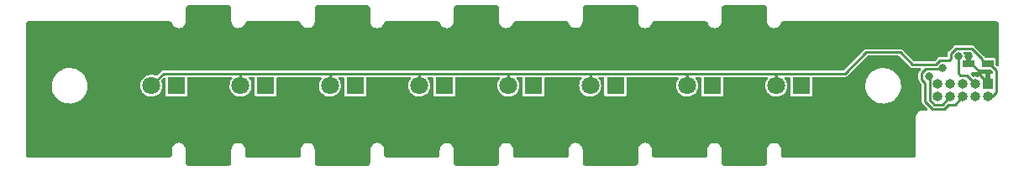
<source format=gtl>
G04 #@! TF.GenerationSoftware,KiCad,Pcbnew,(6.0.5-0)*
G04 #@! TF.CreationDate,2023-01-17T15:29:59+09:00*
G04 #@! TF.ProjectId,qPCR-led-north,71504352-2d6c-4656-942d-6e6f7274682e,rev?*
G04 #@! TF.SameCoordinates,Original*
G04 #@! TF.FileFunction,Copper,L1,Top*
G04 #@! TF.FilePolarity,Positive*
%FSLAX46Y46*%
G04 Gerber Fmt 4.6, Leading zero omitted, Abs format (unit mm)*
G04 Created by KiCad (PCBNEW (6.0.5-0)) date 2023-01-17 15:29:59*
%MOMM*%
%LPD*%
G01*
G04 APERTURE LIST*
G04 #@! TA.AperFunction,ComponentPad*
%ADD10R,1.000000X1.000000*%
G04 #@! TD*
G04 #@! TA.AperFunction,ComponentPad*
%ADD11O,1.000000X1.000000*%
G04 #@! TD*
G04 #@! TA.AperFunction,ComponentPad*
%ADD12R,1.800000X1.800000*%
G04 #@! TD*
G04 #@! TA.AperFunction,ComponentPad*
%ADD13C,1.800000*%
G04 #@! TD*
G04 #@! TA.AperFunction,SMDPad,CuDef*
%ADD14R,1.200000X0.750000*%
G04 #@! TD*
G04 #@! TA.AperFunction,ViaPad*
%ADD15C,0.800000*%
G04 #@! TD*
G04 #@! TA.AperFunction,Conductor*
%ADD16C,0.250000*%
G04 #@! TD*
G04 APERTURE END LIST*
D10*
G04 #@! TO.P,U1,1,Pin_1*
G04 #@! TO.N,GND*
X186085751Y-101415007D03*
D11*
G04 #@! TO.P,U1,2,Pin_2*
G04 #@! TO.N,VCC*
X186085751Y-102685007D03*
G04 #@! TO.P,U1,3,Pin_3*
G04 #@! TO.N,OUT9*
X184815751Y-101415007D03*
G04 #@! TO.P,U1,4,Pin_4*
G04 #@! TO.N,OUT10*
X184815751Y-102685007D03*
G04 #@! TO.P,U1,5,Pin_5*
G04 #@! TO.N,OUT11*
X183545751Y-101415007D03*
G04 #@! TO.P,U1,6,Pin_6*
G04 #@! TO.N,OUT12*
X183545751Y-102685007D03*
G04 #@! TO.P,U1,7,Pin_7*
G04 #@! TO.N,OUT13*
X182275751Y-101415007D03*
G04 #@! TO.P,U1,8,Pin_8*
G04 #@! TO.N,OUT14*
X182275751Y-102685007D03*
G04 #@! TO.P,U1,9,Pin_9*
G04 #@! TO.N,OUT15*
X181005751Y-101415007D03*
G04 #@! TO.P,U1,10,Pin_10*
G04 #@! TO.N,OUT16*
X181005751Y-102685007D03*
G04 #@! TD*
D12*
G04 #@! TO.P,D15,1,K*
G04 #@! TO.N,OUT15*
X158270000Y-101622000D03*
D13*
G04 #@! TO.P,D15,2,A*
G04 #@! TO.N,VCC*
X155730000Y-101622000D03*
G04 #@! TD*
D12*
G04 #@! TO.P,D14,1,K*
G04 #@! TO.N,OUT14*
X148500000Y-101622000D03*
D13*
G04 #@! TO.P,D14,2,A*
G04 #@! TO.N,VCC*
X145960000Y-101622000D03*
G04 #@! TD*
D12*
G04 #@! TO.P,D13,1,K*
G04 #@! TO.N,OUT13*
X140270000Y-101622000D03*
D13*
G04 #@! TO.P,D13,2,A*
G04 #@! TO.N,VCC*
X137730000Y-101622000D03*
G04 #@! TD*
D12*
G04 #@! TO.P,D12,1,K*
G04 #@! TO.N,OUT12*
X131270000Y-101622000D03*
D13*
G04 #@! TO.P,D12,2,A*
G04 #@! TO.N,VCC*
X128730000Y-101622000D03*
G04 #@! TD*
D12*
G04 #@! TO.P,D11,1,K*
G04 #@! TO.N,OUT11*
X122270000Y-101622000D03*
D13*
G04 #@! TO.P,D11,2,A*
G04 #@! TO.N,VCC*
X119730000Y-101622000D03*
G04 #@! TD*
D12*
G04 #@! TO.P,D10,1,K*
G04 #@! TO.N,OUT10*
X113270000Y-101622000D03*
D13*
G04 #@! TO.P,D10,2,A*
G04 #@! TO.N,VCC*
X110730000Y-101622000D03*
G04 #@! TD*
D12*
G04 #@! TO.P,D9,1,K*
G04 #@! TO.N,OUT9*
X104270000Y-101622000D03*
D13*
G04 #@! TO.P,D9,2,A*
G04 #@! TO.N,VCC*
X101730000Y-101622000D03*
G04 #@! TD*
D12*
G04 #@! TO.P,D16,1,K*
G04 #@! TO.N,OUT16*
X167270000Y-101622000D03*
D13*
G04 #@! TO.P,D16,2,A*
G04 #@! TO.N,VCC*
X164730000Y-101622000D03*
G04 #@! TD*
D14*
G04 #@! TO.P,C1,1*
G04 #@! TO.N,VCC*
X186040000Y-99390000D03*
G04 #@! TO.P,C1,2*
G04 #@! TO.N,GND*
X184140000Y-99390000D03*
G04 #@! TD*
D15*
G04 #@! TO.N,GND*
X127040000Y-102110000D03*
X180150000Y-95560000D03*
X148230000Y-106660000D03*
X119360000Y-108870000D03*
X136210000Y-109140000D03*
X111740000Y-95840000D03*
X147880000Y-97770000D03*
X152980000Y-108210000D03*
X145980000Y-109030000D03*
X90020000Y-95960000D03*
X160070000Y-101150000D03*
X133090000Y-101230000D03*
X105990000Y-108730000D03*
X144230000Y-102070000D03*
X123220000Y-108870000D03*
X95210000Y-108180000D03*
X112040000Y-103580000D03*
X92630000Y-97740000D03*
X143450000Y-103700000D03*
X145850000Y-94440000D03*
X136120000Y-103740000D03*
X103120000Y-95800000D03*
X102950000Y-108260000D03*
X143230000Y-95840000D03*
X143120000Y-108190000D03*
X150140000Y-94440000D03*
X162990000Y-96910000D03*
X102270000Y-103460000D03*
X163170000Y-109110000D03*
X167640000Y-95640000D03*
X124100000Y-101230000D03*
X159860000Y-109100000D03*
X106210000Y-101220000D03*
X177130000Y-99800000D03*
X122220000Y-98980000D03*
X109200000Y-94490000D03*
X163290000Y-103630000D03*
X130000000Y-103740000D03*
X152960000Y-95790000D03*
X177040000Y-108210000D03*
X168960000Y-103640000D03*
X184180000Y-96230000D03*
X114960000Y-101250000D03*
X95160000Y-99630000D03*
X130120000Y-95790000D03*
X139010000Y-103700000D03*
X163200000Y-94480000D03*
X138780000Y-95790000D03*
X92470000Y-106490000D03*
X186580000Y-98020000D03*
X116100000Y-103800000D03*
X146300000Y-103750000D03*
X118160000Y-102100000D03*
X154040000Y-102010000D03*
X109000000Y-108730000D03*
X95160000Y-95880000D03*
X123150000Y-94450000D03*
X112220000Y-108160000D03*
X115970000Y-108160000D03*
X166170000Y-108180000D03*
X90030000Y-100480000D03*
X141380000Y-105970000D03*
X89970000Y-108160000D03*
X132790000Y-109140000D03*
X115940000Y-95740000D03*
X90050000Y-105160000D03*
X157090000Y-108210000D03*
X125850000Y-103810000D03*
X109380000Y-103670000D03*
X138920000Y-108140000D03*
X121670000Y-96820000D03*
X152790000Y-103730000D03*
X136190000Y-94450000D03*
X157310000Y-103690000D03*
X135140000Y-97400000D03*
X123070000Y-103660000D03*
X126430000Y-98600000D03*
X139850000Y-98260000D03*
X98910000Y-97570000D03*
X150210000Y-103800000D03*
X154990000Y-105960000D03*
X105900000Y-103720000D03*
X173490000Y-105860000D03*
X107750000Y-106150000D03*
X95060000Y-104960000D03*
X142070000Y-101230000D03*
X125910000Y-108090000D03*
X157670000Y-97310000D03*
X130950000Y-98630000D03*
X172970000Y-102560000D03*
X163150000Y-102100000D03*
X177460000Y-103510000D03*
X181860000Y-97330000D03*
X184130000Y-98610000D03*
X121460000Y-106420000D03*
X117320000Y-98960000D03*
X99120000Y-106160000D03*
X109030000Y-102030000D03*
X98740000Y-101730000D03*
X114020000Y-105950000D03*
X126070000Y-95740000D03*
X118860000Y-94410000D03*
X119330000Y-103760000D03*
X159920000Y-94370000D03*
X159990000Y-103760000D03*
X105930000Y-94420000D03*
X130010000Y-108120000D03*
X128030000Y-105820000D03*
X150480000Y-101150000D03*
X170730000Y-108210000D03*
X150230000Y-109060000D03*
X134590000Y-106120000D03*
X135870000Y-101990000D03*
X186520000Y-95750000D03*
X132480000Y-103790000D03*
X161580000Y-106150000D03*
X113260000Y-99460000D03*
X132750000Y-94380000D03*
X104070000Y-105600000D03*
G04 #@! TO.N,OUT9*
X183059306Y-98651433D03*
G04 #@! TO.N,OUT12*
X181504602Y-99795236D03*
G04 #@! TO.N,OUT14*
X180114786Y-100672941D03*
G04 #@! TD*
D16*
G04 #@! TO.N,GND*
X185320000Y-100300000D02*
X184410000Y-99390000D01*
X186085751Y-101365751D02*
X185320000Y-100600000D01*
X186085751Y-101415007D02*
X186085751Y-101365751D01*
X184140000Y-98620000D02*
X184130000Y-98610000D01*
X184140000Y-99390000D02*
X184140000Y-98620000D01*
X184410000Y-99390000D02*
X184140000Y-99390000D01*
X185320000Y-100600000D02*
X185320000Y-100300000D01*
G04 #@! TO.N,VCC*
X164730000Y-101622000D02*
X164730000Y-100580000D01*
X119730000Y-101622000D02*
X119730000Y-100578578D01*
X182169157Y-99067525D02*
X182331595Y-98905087D01*
X137864289Y-100394289D02*
X145854289Y-100394289D01*
X128730000Y-101622000D02*
X128730000Y-100408578D01*
X137730000Y-101622000D02*
X137730000Y-100528578D01*
X155730000Y-101622000D02*
X155730000Y-100578578D01*
X185770000Y-99390000D02*
X185430000Y-99050000D01*
X155730000Y-100578578D02*
X155545711Y-100394289D01*
X110705711Y-100394289D02*
X119914289Y-100394289D01*
X164730000Y-100580000D02*
X164544289Y-100394289D01*
X186471173Y-102685007D02*
X186913462Y-102242718D01*
X186085751Y-102685007D02*
X186471173Y-102685007D01*
X182331595Y-98905087D02*
X182331595Y-98350004D01*
X186240000Y-99390000D02*
X186040000Y-99390000D01*
X178462510Y-99492510D02*
X180778188Y-99492510D01*
X180778188Y-99492510D02*
X181203173Y-99067525D01*
X182331595Y-98350004D02*
X182799310Y-97882289D01*
X145960000Y-101622000D02*
X145960000Y-100500000D01*
X186040000Y-99390000D02*
X185770000Y-99390000D01*
X184431429Y-97882289D02*
X185430000Y-98880860D01*
X182799310Y-97882289D02*
X184431429Y-97882289D01*
X164544289Y-100394289D02*
X171635711Y-100394289D01*
X110730000Y-101622000D02*
X110730000Y-100418578D01*
X145960000Y-100500000D02*
X145854289Y-100394289D01*
X173780000Y-98250000D02*
X177220000Y-98250000D01*
X177220000Y-98250000D02*
X178462510Y-99492510D01*
X137730000Y-100528578D02*
X137864289Y-100394289D01*
X128715711Y-100394289D02*
X137864289Y-100394289D01*
X101730000Y-101622000D02*
X102957711Y-100394289D01*
X119914289Y-100394289D02*
X128715711Y-100394289D01*
X102957711Y-100394289D02*
X110705711Y-100394289D01*
X128730000Y-100408578D02*
X128715711Y-100394289D01*
X186913462Y-102242718D02*
X186913462Y-100063462D01*
X181203173Y-99067525D02*
X182169157Y-99067525D01*
X110730000Y-100418578D02*
X110705711Y-100394289D01*
X171635711Y-100394289D02*
X173780000Y-98250000D01*
X185430000Y-98880860D02*
X185430000Y-99050000D01*
X145854289Y-100394289D02*
X155545711Y-100394289D01*
X186913462Y-100063462D02*
X186240000Y-99390000D01*
X119730000Y-100578578D02*
X119914289Y-100394289D01*
X155545711Y-100394289D02*
X164544289Y-100394289D01*
G04 #@! TO.N,OUT9*
X183100000Y-98692127D02*
X183059306Y-98651433D01*
X184815751Y-101415007D02*
X183953455Y-100552711D01*
X183100000Y-100370422D02*
X183100000Y-98692127D01*
X183953455Y-100552711D02*
X183282289Y-100552711D01*
X183282289Y-100552711D02*
X183100000Y-100370422D01*
G04 #@! TO.N,OUT12*
X182718040Y-103512718D02*
X183545751Y-102685007D01*
X181354608Y-99945230D02*
X179813357Y-99945230D01*
X179725320Y-101312615D02*
X179725320Y-103215379D01*
X179387075Y-100974370D02*
X179725320Y-101312615D01*
X181635563Y-103965437D02*
X182088282Y-103512718D01*
X181504602Y-99795236D02*
X181354608Y-99945230D01*
X179725320Y-103215379D02*
X180475379Y-103965438D01*
X179813357Y-99945230D02*
X179387075Y-100371512D01*
X182088282Y-103512718D02*
X182718040Y-103512718D01*
X180475379Y-103965438D02*
X181635563Y-103965437D01*
X179387075Y-100371512D02*
X179387075Y-100974370D01*
G04 #@! TO.N,OUT14*
X181448040Y-103512718D02*
X182275751Y-102685007D01*
X180114786Y-100672941D02*
X180178040Y-100736195D01*
X180662901Y-103512718D02*
X181448040Y-103512718D01*
X180178040Y-103027857D02*
X180662901Y-103512718D01*
X180178040Y-100736195D02*
X180178040Y-103027857D01*
G04 #@! TD*
G04 #@! TA.AperFunction,Conductor*
G04 #@! TO.N,GND*
G36*
X109480243Y-93502466D02*
G01*
X109485811Y-93502476D01*
X109499641Y-93505656D01*
X109510806Y-93503130D01*
X109522451Y-93504056D01*
X109572845Y-93512038D01*
X109610330Y-93524218D01*
X109658264Y-93548641D01*
X109690155Y-93571812D01*
X109728188Y-93609845D01*
X109751359Y-93641736D01*
X109775781Y-93689668D01*
X109787963Y-93727159D01*
X109795952Y-93777604D01*
X109796827Y-93788842D01*
X109794344Y-93799641D01*
X109797475Y-93813480D01*
X109797467Y-93818309D01*
X109799500Y-93836504D01*
X109799500Y-95063282D01*
X109796248Y-95091723D01*
X109795955Y-95092987D01*
X109795954Y-95092993D01*
X109794345Y-95099938D01*
X109794344Y-95100656D01*
X109795927Y-95107594D01*
X109796577Y-95113399D01*
X109797086Y-95116421D01*
X109812091Y-95253254D01*
X109861475Y-95398606D01*
X109865048Y-95404489D01*
X109865049Y-95404491D01*
X109897250Y-95457510D01*
X109941165Y-95529815D01*
X110047379Y-95640651D01*
X110053099Y-95644468D01*
X110053103Y-95644471D01*
X110102244Y-95677260D01*
X110175074Y-95725856D01*
X110318192Y-95781385D01*
X110390582Y-95792460D01*
X110463140Y-95803561D01*
X110463142Y-95803561D01*
X110469939Y-95804601D01*
X110623112Y-95794405D01*
X110770443Y-95751279D01*
X110812137Y-95728336D01*
X110898904Y-95680590D01*
X110898905Y-95680589D01*
X110904937Y-95677270D01*
X111020212Y-95575890D01*
X111110797Y-95451953D01*
X111134020Y-95398938D01*
X111165457Y-95327172D01*
X111167148Y-95323861D01*
X111169525Y-95318506D01*
X111173155Y-95312331D01*
X111173370Y-95311646D01*
X111173586Y-95308934D01*
X111183316Y-95280234D01*
X111201606Y-95243497D01*
X111224712Y-95211154D01*
X111262808Y-95172546D01*
X111294841Y-95149010D01*
X111343069Y-95124191D01*
X111380837Y-95111805D01*
X111402296Y-95108375D01*
X111431455Y-95103715D01*
X111443066Y-95102802D01*
X111453914Y-95105296D01*
X111467754Y-95102163D01*
X111472607Y-95102171D01*
X111490772Y-95100140D01*
X116508649Y-95100140D01*
X116525956Y-95102105D01*
X116531542Y-95102115D01*
X116545369Y-95105296D01*
X116556466Y-95102786D01*
X116568157Y-95103725D01*
X116619141Y-95111874D01*
X116656910Y-95124260D01*
X116705118Y-95149069D01*
X116737150Y-95172604D01*
X116775189Y-95211154D01*
X116775230Y-95211196D01*
X116798336Y-95243538D01*
X116816621Y-95280265D01*
X116826250Y-95308782D01*
X116826416Y-95310961D01*
X116826630Y-95311646D01*
X116830206Y-95317778D01*
X116832481Y-95322935D01*
X116834068Y-95326056D01*
X116876361Y-95422606D01*
X116889213Y-95451947D01*
X116893277Y-95457507D01*
X116949759Y-95534784D01*
X116979797Y-95575882D01*
X117095070Y-95677260D01*
X117229562Y-95751267D01*
X117236160Y-95753198D01*
X117236164Y-95753200D01*
X117370286Y-95792460D01*
X117376890Y-95794393D01*
X117530061Y-95804589D01*
X117593639Y-95794862D01*
X117675007Y-95782413D01*
X117681805Y-95781373D01*
X117688216Y-95778885D01*
X117688218Y-95778885D01*
X117754388Y-95753211D01*
X117824920Y-95725845D01*
X117904549Y-95672713D01*
X117946889Y-95644462D01*
X117952614Y-95640642D01*
X117957374Y-95635675D01*
X118054063Y-95534777D01*
X118054066Y-95534774D01*
X118058825Y-95529807D01*
X118106111Y-95451953D01*
X118134940Y-95404486D01*
X118134941Y-95404484D01*
X118138514Y-95398601D01*
X118178719Y-95280265D01*
X118185683Y-95259768D01*
X118185683Y-95259767D01*
X118187897Y-95253251D01*
X118194449Y-95193505D01*
X118202748Y-95117832D01*
X118203369Y-95114177D01*
X118204042Y-95108329D01*
X118205655Y-95101374D01*
X118205656Y-95100656D01*
X118203653Y-95091872D01*
X118200500Y-95063859D01*
X118200500Y-93837371D01*
X118203755Y-93808918D01*
X118204043Y-93807676D01*
X118204044Y-93807669D01*
X118205655Y-93800718D01*
X118205656Y-93800000D01*
X118205024Y-93797228D01*
X118205711Y-93767099D01*
X118212037Y-93727158D01*
X118224218Y-93689670D01*
X118248641Y-93641736D01*
X118271812Y-93609845D01*
X118309845Y-93571812D01*
X118341736Y-93548641D01*
X118350898Y-93543972D01*
X118389668Y-93524219D01*
X118427157Y-93512037D01*
X118445689Y-93509102D01*
X118477604Y-93504048D01*
X118488842Y-93503173D01*
X118499641Y-93505656D01*
X118513480Y-93502525D01*
X118518309Y-93502533D01*
X118536504Y-93500500D01*
X123462920Y-93500500D01*
X123480243Y-93502466D01*
X123485811Y-93502476D01*
X123499641Y-93505656D01*
X123510806Y-93503130D01*
X123522451Y-93504056D01*
X123572845Y-93512038D01*
X123610330Y-93524218D01*
X123658264Y-93548641D01*
X123690155Y-93571812D01*
X123728188Y-93609845D01*
X123751359Y-93641736D01*
X123775781Y-93689668D01*
X123787963Y-93727159D01*
X123795952Y-93777604D01*
X123796827Y-93788842D01*
X123794344Y-93799641D01*
X123797475Y-93813480D01*
X123797467Y-93818309D01*
X123799500Y-93836504D01*
X123799500Y-95063282D01*
X123796248Y-95091723D01*
X123795955Y-95092987D01*
X123795954Y-95092993D01*
X123794345Y-95099938D01*
X123794344Y-95100656D01*
X123795927Y-95107594D01*
X123796577Y-95113399D01*
X123797086Y-95116421D01*
X123812091Y-95253254D01*
X123861475Y-95398606D01*
X123865048Y-95404489D01*
X123865049Y-95404491D01*
X123897250Y-95457510D01*
X123941165Y-95529815D01*
X124047379Y-95640651D01*
X124053099Y-95644468D01*
X124053103Y-95644471D01*
X124102244Y-95677260D01*
X124175074Y-95725856D01*
X124318192Y-95781385D01*
X124390582Y-95792460D01*
X124463140Y-95803561D01*
X124463142Y-95803561D01*
X124469939Y-95804601D01*
X124623112Y-95794405D01*
X124770443Y-95751279D01*
X124812137Y-95728336D01*
X124898904Y-95680590D01*
X124898905Y-95680589D01*
X124904937Y-95677270D01*
X125020212Y-95575890D01*
X125110797Y-95451953D01*
X125134020Y-95398938D01*
X125165457Y-95327172D01*
X125167148Y-95323861D01*
X125169525Y-95318506D01*
X125173155Y-95312331D01*
X125173370Y-95311646D01*
X125173586Y-95308934D01*
X125183316Y-95280234D01*
X125201606Y-95243497D01*
X125224712Y-95211154D01*
X125262808Y-95172546D01*
X125294841Y-95149010D01*
X125343069Y-95124191D01*
X125380837Y-95111805D01*
X125402296Y-95108375D01*
X125431455Y-95103715D01*
X125443066Y-95102802D01*
X125453914Y-95105296D01*
X125467754Y-95102163D01*
X125472607Y-95102171D01*
X125490772Y-95100140D01*
X130508649Y-95100140D01*
X130525956Y-95102105D01*
X130531542Y-95102115D01*
X130545369Y-95105296D01*
X130556466Y-95102786D01*
X130568157Y-95103725D01*
X130619141Y-95111874D01*
X130656910Y-95124260D01*
X130705118Y-95149069D01*
X130737150Y-95172604D01*
X130775189Y-95211154D01*
X130775230Y-95211196D01*
X130798336Y-95243538D01*
X130816621Y-95280265D01*
X130826250Y-95308782D01*
X130826416Y-95310961D01*
X130826630Y-95311646D01*
X130830206Y-95317778D01*
X130832481Y-95322935D01*
X130834068Y-95326056D01*
X130876361Y-95422606D01*
X130889213Y-95451947D01*
X130893277Y-95457507D01*
X130949759Y-95534784D01*
X130979797Y-95575882D01*
X131095070Y-95677260D01*
X131229562Y-95751267D01*
X131236160Y-95753198D01*
X131236164Y-95753200D01*
X131370286Y-95792460D01*
X131376890Y-95794393D01*
X131530061Y-95804589D01*
X131593639Y-95794862D01*
X131675007Y-95782413D01*
X131681805Y-95781373D01*
X131688216Y-95778885D01*
X131688218Y-95778885D01*
X131754388Y-95753211D01*
X131824920Y-95725845D01*
X131904549Y-95672713D01*
X131946889Y-95644462D01*
X131952614Y-95640642D01*
X131957374Y-95635675D01*
X132054063Y-95534777D01*
X132054066Y-95534774D01*
X132058825Y-95529807D01*
X132106111Y-95451953D01*
X132134940Y-95404486D01*
X132134941Y-95404484D01*
X132138514Y-95398601D01*
X132178719Y-95280265D01*
X132185683Y-95259768D01*
X132185683Y-95259767D01*
X132187897Y-95253251D01*
X132194449Y-95193505D01*
X132202748Y-95117832D01*
X132203369Y-95114177D01*
X132204042Y-95108329D01*
X132205655Y-95101374D01*
X132205656Y-95100656D01*
X132203653Y-95091872D01*
X132200500Y-95063859D01*
X132200500Y-93837371D01*
X132203755Y-93808918D01*
X132204043Y-93807676D01*
X132204044Y-93807669D01*
X132205655Y-93800718D01*
X132205656Y-93800000D01*
X132205024Y-93797228D01*
X132205711Y-93767099D01*
X132212037Y-93727158D01*
X132224218Y-93689670D01*
X132248641Y-93641736D01*
X132271812Y-93609845D01*
X132309845Y-93571812D01*
X132341736Y-93548641D01*
X132350898Y-93543972D01*
X132389668Y-93524219D01*
X132427157Y-93512037D01*
X132445689Y-93509102D01*
X132477604Y-93504048D01*
X132488842Y-93503173D01*
X132499641Y-93505656D01*
X132513480Y-93502525D01*
X132518309Y-93502533D01*
X132536504Y-93500500D01*
X136462920Y-93500500D01*
X136480243Y-93502466D01*
X136485811Y-93502476D01*
X136499641Y-93505656D01*
X136510806Y-93503130D01*
X136522451Y-93504056D01*
X136572845Y-93512038D01*
X136610330Y-93524218D01*
X136658264Y-93548641D01*
X136690155Y-93571812D01*
X136728188Y-93609845D01*
X136751359Y-93641736D01*
X136775781Y-93689668D01*
X136787963Y-93727159D01*
X136795952Y-93777604D01*
X136796827Y-93788842D01*
X136794344Y-93799641D01*
X136797475Y-93813480D01*
X136797467Y-93818309D01*
X136799500Y-93836504D01*
X136799500Y-95063282D01*
X136796248Y-95091723D01*
X136795955Y-95092987D01*
X136795954Y-95092993D01*
X136794345Y-95099938D01*
X136794344Y-95100656D01*
X136795927Y-95107594D01*
X136796577Y-95113399D01*
X136797086Y-95116421D01*
X136812091Y-95253254D01*
X136861475Y-95398606D01*
X136865048Y-95404489D01*
X136865049Y-95404491D01*
X136897250Y-95457510D01*
X136941165Y-95529815D01*
X137047379Y-95640651D01*
X137053099Y-95644468D01*
X137053103Y-95644471D01*
X137102244Y-95677260D01*
X137175074Y-95725856D01*
X137318192Y-95781385D01*
X137390582Y-95792460D01*
X137463140Y-95803561D01*
X137463142Y-95803561D01*
X137469939Y-95804601D01*
X137623112Y-95794405D01*
X137770443Y-95751279D01*
X137812137Y-95728336D01*
X137898904Y-95680590D01*
X137898905Y-95680589D01*
X137904937Y-95677270D01*
X138020212Y-95575890D01*
X138110797Y-95451953D01*
X138134020Y-95398938D01*
X138165457Y-95327172D01*
X138167148Y-95323861D01*
X138169525Y-95318506D01*
X138173155Y-95312331D01*
X138173370Y-95311646D01*
X138173586Y-95308934D01*
X138183316Y-95280234D01*
X138201606Y-95243497D01*
X138224712Y-95211154D01*
X138262808Y-95172546D01*
X138294841Y-95149010D01*
X138343069Y-95124191D01*
X138380837Y-95111805D01*
X138402296Y-95108375D01*
X138431455Y-95103715D01*
X138443066Y-95102802D01*
X138453914Y-95105296D01*
X138467754Y-95102163D01*
X138472607Y-95102171D01*
X138490772Y-95100140D01*
X143508649Y-95100140D01*
X143525956Y-95102105D01*
X143531542Y-95102115D01*
X143545369Y-95105296D01*
X143556466Y-95102786D01*
X143568157Y-95103725D01*
X143619141Y-95111874D01*
X143656910Y-95124260D01*
X143705118Y-95149069D01*
X143737150Y-95172604D01*
X143775189Y-95211154D01*
X143775230Y-95211196D01*
X143798336Y-95243538D01*
X143816621Y-95280265D01*
X143826250Y-95308782D01*
X143826416Y-95310961D01*
X143826630Y-95311646D01*
X143830206Y-95317778D01*
X143832481Y-95322935D01*
X143834068Y-95326056D01*
X143876361Y-95422606D01*
X143889213Y-95451947D01*
X143893277Y-95457507D01*
X143949759Y-95534784D01*
X143979797Y-95575882D01*
X144095070Y-95677260D01*
X144229562Y-95751267D01*
X144236160Y-95753198D01*
X144236164Y-95753200D01*
X144370286Y-95792460D01*
X144376890Y-95794393D01*
X144530061Y-95804589D01*
X144593639Y-95794862D01*
X144675007Y-95782413D01*
X144681805Y-95781373D01*
X144688216Y-95778885D01*
X144688218Y-95778885D01*
X144754388Y-95753211D01*
X144824920Y-95725845D01*
X144904549Y-95672713D01*
X144946889Y-95644462D01*
X144952614Y-95640642D01*
X144957374Y-95635675D01*
X145054063Y-95534777D01*
X145054066Y-95534774D01*
X145058825Y-95529807D01*
X145106111Y-95451953D01*
X145134940Y-95404486D01*
X145134941Y-95404484D01*
X145138514Y-95398601D01*
X145178719Y-95280265D01*
X145185683Y-95259768D01*
X145185683Y-95259767D01*
X145187897Y-95253251D01*
X145194449Y-95193505D01*
X145202748Y-95117832D01*
X145203369Y-95114177D01*
X145204042Y-95108329D01*
X145205655Y-95101374D01*
X145205656Y-95100656D01*
X145203653Y-95091872D01*
X145200500Y-95063859D01*
X145200500Y-93837371D01*
X145203755Y-93808918D01*
X145204043Y-93807676D01*
X145204044Y-93807669D01*
X145205655Y-93800718D01*
X145205656Y-93800000D01*
X145205024Y-93797228D01*
X145205711Y-93767099D01*
X145212037Y-93727158D01*
X145224218Y-93689670D01*
X145248641Y-93641736D01*
X145271812Y-93609845D01*
X145309845Y-93571812D01*
X145341736Y-93548641D01*
X145350898Y-93543972D01*
X145389668Y-93524219D01*
X145427157Y-93512037D01*
X145445689Y-93509102D01*
X145477604Y-93504048D01*
X145488842Y-93503173D01*
X145499641Y-93505656D01*
X145513480Y-93502525D01*
X145518309Y-93502533D01*
X145536504Y-93500500D01*
X150462920Y-93500500D01*
X150480243Y-93502466D01*
X150485811Y-93502476D01*
X150499641Y-93505656D01*
X150510806Y-93503130D01*
X150522451Y-93504056D01*
X150572845Y-93512038D01*
X150610330Y-93524218D01*
X150658264Y-93548641D01*
X150690155Y-93571812D01*
X150728188Y-93609845D01*
X150751359Y-93641736D01*
X150775781Y-93689668D01*
X150787963Y-93727159D01*
X150795952Y-93777604D01*
X150796827Y-93788842D01*
X150794344Y-93799641D01*
X150797475Y-93813480D01*
X150797467Y-93818309D01*
X150799500Y-93836504D01*
X150799500Y-95063282D01*
X150796248Y-95091723D01*
X150795955Y-95092987D01*
X150795954Y-95092993D01*
X150794345Y-95099938D01*
X150794344Y-95100656D01*
X150795927Y-95107594D01*
X150796577Y-95113399D01*
X150797086Y-95116421D01*
X150812091Y-95253254D01*
X150861475Y-95398606D01*
X150865048Y-95404489D01*
X150865049Y-95404491D01*
X150897250Y-95457510D01*
X150941165Y-95529815D01*
X151047379Y-95640651D01*
X151053099Y-95644468D01*
X151053103Y-95644471D01*
X151102244Y-95677260D01*
X151175074Y-95725856D01*
X151318192Y-95781385D01*
X151390582Y-95792460D01*
X151463140Y-95803561D01*
X151463142Y-95803561D01*
X151469939Y-95804601D01*
X151623112Y-95794405D01*
X151770443Y-95751279D01*
X151812137Y-95728336D01*
X151898904Y-95680590D01*
X151898905Y-95680589D01*
X151904937Y-95677270D01*
X152020212Y-95575890D01*
X152110797Y-95451953D01*
X152134020Y-95398938D01*
X152165457Y-95327172D01*
X152167148Y-95323861D01*
X152169525Y-95318506D01*
X152173155Y-95312331D01*
X152173370Y-95311646D01*
X152173586Y-95308934D01*
X152183316Y-95280234D01*
X152201606Y-95243497D01*
X152224712Y-95211154D01*
X152262808Y-95172546D01*
X152294841Y-95149010D01*
X152343069Y-95124191D01*
X152380837Y-95111805D01*
X152402296Y-95108375D01*
X152431455Y-95103715D01*
X152443066Y-95102802D01*
X152453914Y-95105296D01*
X152467754Y-95102163D01*
X152472607Y-95102171D01*
X152490772Y-95100140D01*
X157508649Y-95100140D01*
X157525956Y-95102105D01*
X157531542Y-95102115D01*
X157545369Y-95105296D01*
X157556466Y-95102786D01*
X157568157Y-95103725D01*
X157619141Y-95111874D01*
X157656910Y-95124260D01*
X157705118Y-95149069D01*
X157737150Y-95172604D01*
X157775189Y-95211154D01*
X157775230Y-95211196D01*
X157798336Y-95243538D01*
X157816621Y-95280265D01*
X157826250Y-95308782D01*
X157826416Y-95310961D01*
X157826630Y-95311646D01*
X157830206Y-95317778D01*
X157832481Y-95322935D01*
X157834068Y-95326056D01*
X157876361Y-95422606D01*
X157889213Y-95451947D01*
X157893277Y-95457507D01*
X157949759Y-95534784D01*
X157979797Y-95575882D01*
X158095070Y-95677260D01*
X158229562Y-95751267D01*
X158236160Y-95753198D01*
X158236164Y-95753200D01*
X158370286Y-95792460D01*
X158376890Y-95794393D01*
X158530061Y-95804589D01*
X158593639Y-95794862D01*
X158675007Y-95782413D01*
X158681805Y-95781373D01*
X158688216Y-95778885D01*
X158688218Y-95778885D01*
X158754388Y-95753211D01*
X158824920Y-95725845D01*
X158904549Y-95672713D01*
X158946889Y-95644462D01*
X158952614Y-95640642D01*
X158957374Y-95635675D01*
X159054063Y-95534777D01*
X159054066Y-95534774D01*
X159058825Y-95529807D01*
X159106111Y-95451953D01*
X159134940Y-95404486D01*
X159134941Y-95404484D01*
X159138514Y-95398601D01*
X159178719Y-95280265D01*
X159185683Y-95259768D01*
X159185683Y-95259767D01*
X159187897Y-95253251D01*
X159194449Y-95193505D01*
X159202748Y-95117832D01*
X159203369Y-95114177D01*
X159204042Y-95108329D01*
X159205655Y-95101374D01*
X159205656Y-95100656D01*
X159203653Y-95091872D01*
X159200500Y-95063859D01*
X159200500Y-93837371D01*
X159203755Y-93808918D01*
X159204043Y-93807676D01*
X159204044Y-93807669D01*
X159205655Y-93800718D01*
X159205656Y-93800000D01*
X159205024Y-93797228D01*
X159205711Y-93767099D01*
X159212037Y-93727158D01*
X159224218Y-93689670D01*
X159248641Y-93641736D01*
X159271812Y-93609845D01*
X159309845Y-93571812D01*
X159341736Y-93548641D01*
X159350898Y-93543972D01*
X159389668Y-93524219D01*
X159427157Y-93512037D01*
X159445689Y-93509102D01*
X159477604Y-93504048D01*
X159488842Y-93503173D01*
X159499641Y-93505656D01*
X159513480Y-93502525D01*
X159518309Y-93502533D01*
X159536504Y-93500500D01*
X163462920Y-93500500D01*
X163480243Y-93502466D01*
X163485811Y-93502476D01*
X163499641Y-93505656D01*
X163510806Y-93503130D01*
X163522451Y-93504056D01*
X163572845Y-93512038D01*
X163610330Y-93524218D01*
X163658264Y-93548641D01*
X163690155Y-93571812D01*
X163728188Y-93609845D01*
X163751359Y-93641736D01*
X163775781Y-93689668D01*
X163787963Y-93727159D01*
X163795952Y-93777604D01*
X163796827Y-93788842D01*
X163794344Y-93799641D01*
X163797475Y-93813480D01*
X163797467Y-93818309D01*
X163799500Y-93836504D01*
X163799500Y-95063282D01*
X163796248Y-95091723D01*
X163795955Y-95092987D01*
X163795954Y-95092993D01*
X163794345Y-95099938D01*
X163794344Y-95100656D01*
X163795927Y-95107594D01*
X163796577Y-95113399D01*
X163797086Y-95116421D01*
X163812091Y-95253254D01*
X163861475Y-95398606D01*
X163865048Y-95404489D01*
X163865049Y-95404491D01*
X163897250Y-95457510D01*
X163941165Y-95529815D01*
X164047379Y-95640651D01*
X164053099Y-95644468D01*
X164053103Y-95644471D01*
X164102244Y-95677260D01*
X164175074Y-95725856D01*
X164318192Y-95781385D01*
X164390582Y-95792460D01*
X164463140Y-95803561D01*
X164463142Y-95803561D01*
X164469939Y-95804601D01*
X164623112Y-95794405D01*
X164770443Y-95751279D01*
X164812137Y-95728336D01*
X164898904Y-95680590D01*
X164898905Y-95680589D01*
X164904937Y-95677270D01*
X165020212Y-95575890D01*
X165110797Y-95451953D01*
X165134020Y-95398938D01*
X165165457Y-95327172D01*
X165167148Y-95323861D01*
X165169525Y-95318506D01*
X165173155Y-95312331D01*
X165173370Y-95311646D01*
X165173586Y-95308934D01*
X165183316Y-95280234D01*
X165201606Y-95243497D01*
X165224712Y-95211154D01*
X165262808Y-95172546D01*
X165294841Y-95149010D01*
X165343069Y-95124191D01*
X165380837Y-95111805D01*
X165402296Y-95108375D01*
X165431455Y-95103715D01*
X165443066Y-95102802D01*
X165453914Y-95105296D01*
X165467754Y-95102163D01*
X165472607Y-95102171D01*
X165490772Y-95100140D01*
X186827920Y-95100140D01*
X186845243Y-95102106D01*
X186850811Y-95102116D01*
X186864641Y-95105296D01*
X186875806Y-95102770D01*
X186887450Y-95103696D01*
X186937592Y-95111638D01*
X186937832Y-95111676D01*
X186975325Y-95123859D01*
X187023244Y-95148276D01*
X187055138Y-95171450D01*
X187093166Y-95209481D01*
X187116337Y-95241377D01*
X187136149Y-95280265D01*
X187140750Y-95289297D01*
X187152929Y-95326790D01*
X187155578Y-95343521D01*
X187160954Y-95377478D01*
X187161813Y-95388531D01*
X187159344Y-95399265D01*
X187162475Y-95413106D01*
X187162466Y-95417923D01*
X187164500Y-95436131D01*
X187164500Y-99545458D01*
X187144498Y-99613579D01*
X187090842Y-99660072D01*
X187020568Y-99670176D01*
X186955988Y-99640682D01*
X186949405Y-99634553D01*
X186880605Y-99565753D01*
X186846579Y-99503441D01*
X186843700Y-99476658D01*
X186843700Y-98994936D01*
X186831881Y-98935520D01*
X186786860Y-98868140D01*
X186719480Y-98823119D01*
X186660064Y-98811300D01*
X185843997Y-98811300D01*
X185775876Y-98791298D01*
X185733208Y-98742449D01*
X185732499Y-98739802D01*
X185710633Y-98708574D01*
X185704736Y-98699317D01*
X185685683Y-98666316D01*
X185677244Y-98659234D01*
X185677239Y-98659229D01*
X185656485Y-98641815D01*
X185648381Y-98634389D01*
X184677900Y-97663908D01*
X184670473Y-97655804D01*
X184653059Y-97635051D01*
X184653058Y-97635050D01*
X184645973Y-97626606D01*
X184612968Y-97607551D01*
X184603715Y-97601656D01*
X184572487Y-97579790D01*
X184561834Y-97576935D01*
X184558537Y-97575398D01*
X184555131Y-97574158D01*
X184545585Y-97568647D01*
X184508065Y-97562031D01*
X184497331Y-97559651D01*
X184471173Y-97552642D01*
X184471169Y-97552642D01*
X184460519Y-97549788D01*
X184422549Y-97553110D01*
X184411567Y-97553589D01*
X182819172Y-97553589D01*
X182808190Y-97553110D01*
X182770220Y-97549788D01*
X182759570Y-97552642D01*
X182759566Y-97552642D01*
X182733408Y-97559651D01*
X182722674Y-97562031D01*
X182685154Y-97568647D01*
X182675608Y-97574158D01*
X182672202Y-97575398D01*
X182668905Y-97576935D01*
X182658252Y-97579790D01*
X182627024Y-97601656D01*
X182617771Y-97607551D01*
X182584766Y-97626606D01*
X182577684Y-97635045D01*
X182577679Y-97635050D01*
X182560265Y-97655804D01*
X182552839Y-97663908D01*
X182113214Y-98103533D01*
X182105110Y-98110960D01*
X182075912Y-98135460D01*
X182056859Y-98168461D01*
X182050962Y-98177718D01*
X182029096Y-98208946D01*
X182026241Y-98219599D01*
X182024704Y-98222896D01*
X182023464Y-98226302D01*
X182017953Y-98235848D01*
X182016039Y-98246703D01*
X182011337Y-98273369D01*
X182008957Y-98284102D01*
X182001948Y-98310260D01*
X182001948Y-98310264D01*
X181999094Y-98320914D01*
X182002416Y-98358884D01*
X182002895Y-98369866D01*
X182002895Y-98612825D01*
X181982893Y-98680946D01*
X181929237Y-98727439D01*
X181876895Y-98738825D01*
X181223036Y-98738825D01*
X181212054Y-98738346D01*
X181185060Y-98735984D01*
X181185058Y-98735984D01*
X181174084Y-98735024D01*
X181163440Y-98737876D01*
X181163438Y-98737876D01*
X181137267Y-98744888D01*
X181126540Y-98747266D01*
X181117601Y-98748843D01*
X181089017Y-98753883D01*
X181079468Y-98759396D01*
X181076055Y-98760638D01*
X181072765Y-98762172D01*
X181062115Y-98765026D01*
X181030887Y-98786892D01*
X181021634Y-98792787D01*
X180988629Y-98811842D01*
X180981547Y-98820281D01*
X180981542Y-98820286D01*
X180964128Y-98841040D01*
X180956702Y-98849144D01*
X180678941Y-99126905D01*
X180616629Y-99160931D01*
X180589846Y-99163810D01*
X178650852Y-99163810D01*
X178582731Y-99143808D01*
X178561757Y-99126905D01*
X177466471Y-98031619D01*
X177459044Y-98023515D01*
X177441630Y-98002762D01*
X177441629Y-98002761D01*
X177434544Y-97994317D01*
X177401539Y-97975262D01*
X177392286Y-97969367D01*
X177361058Y-97947501D01*
X177350405Y-97944646D01*
X177347108Y-97943109D01*
X177343702Y-97941869D01*
X177334156Y-97936358D01*
X177296636Y-97929742D01*
X177285902Y-97927362D01*
X177259744Y-97920353D01*
X177259740Y-97920353D01*
X177249090Y-97917499D01*
X177211120Y-97920821D01*
X177200138Y-97921300D01*
X173799863Y-97921300D01*
X173788881Y-97920821D01*
X173761887Y-97918459D01*
X173761885Y-97918459D01*
X173750911Y-97917499D01*
X173740267Y-97920351D01*
X173740265Y-97920351D01*
X173714094Y-97927363D01*
X173703367Y-97929741D01*
X173694428Y-97931318D01*
X173665844Y-97936358D01*
X173656295Y-97941871D01*
X173652882Y-97943113D01*
X173649592Y-97944647D01*
X173638942Y-97947501D01*
X173607714Y-97969367D01*
X173598461Y-97975262D01*
X173565456Y-97994317D01*
X173558374Y-98002756D01*
X173558369Y-98002761D01*
X173540955Y-98023515D01*
X173533529Y-98031619D01*
X171536464Y-100028684D01*
X171474152Y-100062710D01*
X171447369Y-100065589D01*
X164600357Y-100065589D01*
X164589372Y-100065109D01*
X164584028Y-100064641D01*
X164573379Y-100061788D01*
X164535420Y-100065109D01*
X164535409Y-100065110D01*
X164524427Y-100065589D01*
X155601779Y-100065589D01*
X155590794Y-100065109D01*
X155585450Y-100064641D01*
X155574801Y-100061788D01*
X155536842Y-100065109D01*
X155536831Y-100065110D01*
X155525849Y-100065589D01*
X145910357Y-100065589D01*
X145899372Y-100065109D01*
X145894028Y-100064641D01*
X145883379Y-100061788D01*
X145845420Y-100065109D01*
X145845409Y-100065110D01*
X145834427Y-100065589D01*
X137884140Y-100065589D01*
X137873158Y-100065110D01*
X137873147Y-100065109D01*
X137835199Y-100061789D01*
X137824550Y-100064642D01*
X137819205Y-100065110D01*
X137808223Y-100065589D01*
X128771779Y-100065589D01*
X128760794Y-100065109D01*
X128755450Y-100064641D01*
X128744801Y-100061788D01*
X128706842Y-100065109D01*
X128706831Y-100065110D01*
X128695849Y-100065589D01*
X119934151Y-100065589D01*
X119923169Y-100065110D01*
X119923158Y-100065109D01*
X119885199Y-100061788D01*
X119874550Y-100064641D01*
X119869206Y-100065109D01*
X119858221Y-100065589D01*
X110761779Y-100065589D01*
X110750794Y-100065109D01*
X110745450Y-100064641D01*
X110734801Y-100061788D01*
X110696842Y-100065109D01*
X110696831Y-100065110D01*
X110685849Y-100065589D01*
X102977574Y-100065589D01*
X102966592Y-100065110D01*
X102939598Y-100062748D01*
X102939596Y-100062748D01*
X102928622Y-100061788D01*
X102917978Y-100064640D01*
X102917976Y-100064640D01*
X102891805Y-100071652D01*
X102881078Y-100074030D01*
X102872139Y-100075607D01*
X102843555Y-100080647D01*
X102834006Y-100086160D01*
X102830593Y-100087402D01*
X102827303Y-100088936D01*
X102816653Y-100091790D01*
X102785425Y-100113656D01*
X102776172Y-100119551D01*
X102743167Y-100138606D01*
X102736085Y-100147045D01*
X102736080Y-100147050D01*
X102718666Y-100167804D01*
X102711240Y-100175908D01*
X102305882Y-100581266D01*
X102243570Y-100615292D01*
X102170097Y-100609201D01*
X102050175Y-100561357D01*
X102044811Y-100559217D01*
X102039154Y-100558092D01*
X102039148Y-100558090D01*
X101851529Y-100520771D01*
X101851527Y-100520771D01*
X101845862Y-100519644D01*
X101840087Y-100519568D01*
X101840083Y-100519568D01*
X101738824Y-100518243D01*
X101643034Y-100516989D01*
X101637337Y-100517968D01*
X101637336Y-100517968D01*
X101448808Y-100550363D01*
X101448805Y-100550364D01*
X101443118Y-100551341D01*
X101252809Y-100621549D01*
X101195773Y-100655482D01*
X101083450Y-100722307D01*
X101083447Y-100722309D01*
X101078482Y-100725263D01*
X101074142Y-100729069D01*
X101074138Y-100729072D01*
X100937338Y-100849044D01*
X100925975Y-100859009D01*
X100800394Y-101018307D01*
X100797703Y-101023423D01*
X100797701Y-101023425D01*
X100708638Y-101192706D01*
X100705946Y-101197823D01*
X100645794Y-101391545D01*
X100621952Y-101592985D01*
X100635219Y-101795396D01*
X100685150Y-101992001D01*
X100770073Y-102176214D01*
X100773404Y-102180927D01*
X100773405Y-102180929D01*
X100822094Y-102249821D01*
X100887145Y-102341866D01*
X101032444Y-102483410D01*
X101037240Y-102486615D01*
X101037243Y-102486617D01*
X101120226Y-102542064D01*
X101201104Y-102596105D01*
X101206407Y-102598383D01*
X101206410Y-102598385D01*
X101370444Y-102668860D01*
X101387477Y-102676178D01*
X101459661Y-102692511D01*
X101579684Y-102719670D01*
X101579689Y-102719671D01*
X101585321Y-102720945D01*
X101591092Y-102721172D01*
X101591094Y-102721172D01*
X101651668Y-102723552D01*
X101788011Y-102728909D01*
X101906263Y-102711763D01*
X101983035Y-102700632D01*
X101983039Y-102700631D01*
X101988757Y-102699802D01*
X101994229Y-102697944D01*
X101994231Y-102697944D01*
X102175374Y-102636454D01*
X102175376Y-102636453D01*
X102180838Y-102634599D01*
X102357821Y-102535485D01*
X102513777Y-102405777D01*
X102643485Y-102249821D01*
X102665132Y-102211168D01*
X102702816Y-102143877D01*
X102742599Y-102072838D01*
X102759442Y-102023222D01*
X102805944Y-101886231D01*
X102805944Y-101886229D01*
X102807802Y-101880757D01*
X102810273Y-101863720D01*
X102823639Y-101771532D01*
X102836909Y-101680011D01*
X102838428Y-101622000D01*
X102819867Y-101420005D01*
X102817571Y-101411862D01*
X102766376Y-101230339D01*
X102764807Y-101224775D01*
X102747693Y-101190071D01*
X102735503Y-101120129D01*
X102763063Y-101054699D01*
X102771604Y-101045248D01*
X102951205Y-100865647D01*
X103013517Y-100831621D01*
X103084332Y-100836686D01*
X103141168Y-100879233D01*
X103165979Y-100945753D01*
X103166300Y-100954742D01*
X103166300Y-102542064D01*
X103178119Y-102601480D01*
X103223140Y-102668860D01*
X103290520Y-102713881D01*
X103349936Y-102725700D01*
X105190064Y-102725700D01*
X105249480Y-102713881D01*
X105316860Y-102668860D01*
X105361881Y-102601480D01*
X105373700Y-102542064D01*
X105373700Y-100848989D01*
X105393702Y-100780868D01*
X105447358Y-100734375D01*
X105499700Y-100722989D01*
X109773429Y-100722989D01*
X109841550Y-100742991D01*
X109888043Y-100796647D01*
X109898147Y-100866921D01*
X109872379Y-100926995D01*
X109800394Y-101018307D01*
X109797703Y-101023423D01*
X109797701Y-101023425D01*
X109708638Y-101192706D01*
X109705946Y-101197823D01*
X109645794Y-101391545D01*
X109621952Y-101592985D01*
X109635219Y-101795396D01*
X109685150Y-101992001D01*
X109770073Y-102176214D01*
X109773404Y-102180927D01*
X109773405Y-102180929D01*
X109822094Y-102249821D01*
X109887145Y-102341866D01*
X110032444Y-102483410D01*
X110037240Y-102486615D01*
X110037243Y-102486617D01*
X110120226Y-102542064D01*
X110201104Y-102596105D01*
X110206407Y-102598383D01*
X110206410Y-102598385D01*
X110370444Y-102668860D01*
X110387477Y-102676178D01*
X110459661Y-102692511D01*
X110579684Y-102719670D01*
X110579689Y-102719671D01*
X110585321Y-102720945D01*
X110591092Y-102721172D01*
X110591094Y-102721172D01*
X110651668Y-102723552D01*
X110788011Y-102728909D01*
X110906263Y-102711763D01*
X110983035Y-102700632D01*
X110983039Y-102700631D01*
X110988757Y-102699802D01*
X110994229Y-102697944D01*
X110994231Y-102697944D01*
X111175374Y-102636454D01*
X111175376Y-102636453D01*
X111180838Y-102634599D01*
X111357821Y-102535485D01*
X111513777Y-102405777D01*
X111643485Y-102249821D01*
X111665132Y-102211168D01*
X111702816Y-102143877D01*
X111742599Y-102072838D01*
X111759442Y-102023222D01*
X111805944Y-101886231D01*
X111805944Y-101886229D01*
X111807802Y-101880757D01*
X111810273Y-101863720D01*
X111823639Y-101771532D01*
X111836909Y-101680011D01*
X111838428Y-101622000D01*
X111819867Y-101420005D01*
X111817571Y-101411862D01*
X111800281Y-101350557D01*
X111764807Y-101224775D01*
X111762252Y-101219592D01*
X111677644Y-101048027D01*
X111675090Y-101042848D01*
X111671637Y-101038224D01*
X111671631Y-101038214D01*
X111586625Y-100924377D01*
X111561893Y-100857828D01*
X111577068Y-100788472D01*
X111627330Y-100738329D01*
X111687583Y-100722989D01*
X112040300Y-100722989D01*
X112108421Y-100742991D01*
X112154914Y-100796647D01*
X112166300Y-100848989D01*
X112166300Y-102542064D01*
X112178119Y-102601480D01*
X112223140Y-102668860D01*
X112290520Y-102713881D01*
X112349936Y-102725700D01*
X114190064Y-102725700D01*
X114249480Y-102713881D01*
X114316860Y-102668860D01*
X114361881Y-102601480D01*
X114373700Y-102542064D01*
X114373700Y-100848989D01*
X114393702Y-100780868D01*
X114447358Y-100734375D01*
X114499700Y-100722989D01*
X118773429Y-100722989D01*
X118841550Y-100742991D01*
X118888043Y-100796647D01*
X118898147Y-100866921D01*
X118872379Y-100926995D01*
X118800394Y-101018307D01*
X118797703Y-101023423D01*
X118797701Y-101023425D01*
X118708638Y-101192706D01*
X118705946Y-101197823D01*
X118645794Y-101391545D01*
X118621952Y-101592985D01*
X118635219Y-101795396D01*
X118685150Y-101992001D01*
X118770073Y-102176214D01*
X118773404Y-102180927D01*
X118773405Y-102180929D01*
X118822094Y-102249821D01*
X118887145Y-102341866D01*
X119032444Y-102483410D01*
X119037240Y-102486615D01*
X119037243Y-102486617D01*
X119120226Y-102542064D01*
X119201104Y-102596105D01*
X119206407Y-102598383D01*
X119206410Y-102598385D01*
X119370444Y-102668860D01*
X119387477Y-102676178D01*
X119459661Y-102692511D01*
X119579684Y-102719670D01*
X119579689Y-102719671D01*
X119585321Y-102720945D01*
X119591092Y-102721172D01*
X119591094Y-102721172D01*
X119651668Y-102723552D01*
X119788011Y-102728909D01*
X119906263Y-102711763D01*
X119983035Y-102700632D01*
X119983039Y-102700631D01*
X119988757Y-102699802D01*
X119994229Y-102697944D01*
X119994231Y-102697944D01*
X120175374Y-102636454D01*
X120175376Y-102636453D01*
X120180838Y-102634599D01*
X120357821Y-102535485D01*
X120513777Y-102405777D01*
X120643485Y-102249821D01*
X120665132Y-102211168D01*
X120702816Y-102143877D01*
X120742599Y-102072838D01*
X120759442Y-102023222D01*
X120805944Y-101886231D01*
X120805944Y-101886229D01*
X120807802Y-101880757D01*
X120810273Y-101863720D01*
X120823639Y-101771532D01*
X120836909Y-101680011D01*
X120838428Y-101622000D01*
X120819867Y-101420005D01*
X120817571Y-101411862D01*
X120800281Y-101350557D01*
X120764807Y-101224775D01*
X120762252Y-101219592D01*
X120677644Y-101048027D01*
X120675090Y-101042848D01*
X120671637Y-101038224D01*
X120671631Y-101038214D01*
X120586625Y-100924377D01*
X120561893Y-100857828D01*
X120577068Y-100788472D01*
X120627330Y-100738329D01*
X120687583Y-100722989D01*
X121040300Y-100722989D01*
X121108421Y-100742991D01*
X121154914Y-100796647D01*
X121166300Y-100848989D01*
X121166300Y-102542064D01*
X121178119Y-102601480D01*
X121223140Y-102668860D01*
X121290520Y-102713881D01*
X121349936Y-102725700D01*
X123190064Y-102725700D01*
X123249480Y-102713881D01*
X123316860Y-102668860D01*
X123361881Y-102601480D01*
X123373700Y-102542064D01*
X123373700Y-100848989D01*
X123393702Y-100780868D01*
X123447358Y-100734375D01*
X123499700Y-100722989D01*
X127773429Y-100722989D01*
X127841550Y-100742991D01*
X127888043Y-100796647D01*
X127898147Y-100866921D01*
X127872379Y-100926995D01*
X127800394Y-101018307D01*
X127797703Y-101023423D01*
X127797701Y-101023425D01*
X127708638Y-101192706D01*
X127705946Y-101197823D01*
X127645794Y-101391545D01*
X127621952Y-101592985D01*
X127635219Y-101795396D01*
X127685150Y-101992001D01*
X127770073Y-102176214D01*
X127773404Y-102180927D01*
X127773405Y-102180929D01*
X127822094Y-102249821D01*
X127887145Y-102341866D01*
X128032444Y-102483410D01*
X128037240Y-102486615D01*
X128037243Y-102486617D01*
X128120226Y-102542064D01*
X128201104Y-102596105D01*
X128206407Y-102598383D01*
X128206410Y-102598385D01*
X128370444Y-102668860D01*
X128387477Y-102676178D01*
X128459661Y-102692511D01*
X128579684Y-102719670D01*
X128579689Y-102719671D01*
X128585321Y-102720945D01*
X128591092Y-102721172D01*
X128591094Y-102721172D01*
X128651668Y-102723552D01*
X128788011Y-102728909D01*
X128906263Y-102711763D01*
X128983035Y-102700632D01*
X128983039Y-102700631D01*
X128988757Y-102699802D01*
X128994229Y-102697944D01*
X128994231Y-102697944D01*
X129175374Y-102636454D01*
X129175376Y-102636453D01*
X129180838Y-102634599D01*
X129357821Y-102535485D01*
X129513777Y-102405777D01*
X129643485Y-102249821D01*
X129665132Y-102211168D01*
X129702816Y-102143877D01*
X129742599Y-102072838D01*
X129759442Y-102023222D01*
X129805944Y-101886231D01*
X129805944Y-101886229D01*
X129807802Y-101880757D01*
X129810273Y-101863720D01*
X129823639Y-101771532D01*
X129836909Y-101680011D01*
X129838428Y-101622000D01*
X129819867Y-101420005D01*
X129817571Y-101411862D01*
X129800281Y-101350557D01*
X129764807Y-101224775D01*
X129762252Y-101219592D01*
X129677644Y-101048027D01*
X129675090Y-101042848D01*
X129671637Y-101038224D01*
X129671631Y-101038214D01*
X129586625Y-100924377D01*
X129561893Y-100857828D01*
X129577068Y-100788472D01*
X129627330Y-100738329D01*
X129687583Y-100722989D01*
X130040300Y-100722989D01*
X130108421Y-100742991D01*
X130154914Y-100796647D01*
X130166300Y-100848989D01*
X130166300Y-102542064D01*
X130178119Y-102601480D01*
X130223140Y-102668860D01*
X130290520Y-102713881D01*
X130349936Y-102725700D01*
X132190064Y-102725700D01*
X132249480Y-102713881D01*
X132316860Y-102668860D01*
X132361881Y-102601480D01*
X132373700Y-102542064D01*
X132373700Y-100848989D01*
X132393702Y-100780868D01*
X132447358Y-100734375D01*
X132499700Y-100722989D01*
X136773429Y-100722989D01*
X136841550Y-100742991D01*
X136888043Y-100796647D01*
X136898147Y-100866921D01*
X136872379Y-100926995D01*
X136800394Y-101018307D01*
X136797703Y-101023423D01*
X136797701Y-101023425D01*
X136708638Y-101192706D01*
X136705946Y-101197823D01*
X136645794Y-101391545D01*
X136621952Y-101592985D01*
X136635219Y-101795396D01*
X136685150Y-101992001D01*
X136770073Y-102176214D01*
X136773404Y-102180927D01*
X136773405Y-102180929D01*
X136822094Y-102249821D01*
X136887145Y-102341866D01*
X137032444Y-102483410D01*
X137037240Y-102486615D01*
X137037243Y-102486617D01*
X137120226Y-102542064D01*
X137201104Y-102596105D01*
X137206407Y-102598383D01*
X137206410Y-102598385D01*
X137370444Y-102668860D01*
X137387477Y-102676178D01*
X137459661Y-102692511D01*
X137579684Y-102719670D01*
X137579689Y-102719671D01*
X137585321Y-102720945D01*
X137591092Y-102721172D01*
X137591094Y-102721172D01*
X137651668Y-102723552D01*
X137788011Y-102728909D01*
X137906263Y-102711763D01*
X137983035Y-102700632D01*
X137983039Y-102700631D01*
X137988757Y-102699802D01*
X137994229Y-102697944D01*
X137994231Y-102697944D01*
X138175374Y-102636454D01*
X138175376Y-102636453D01*
X138180838Y-102634599D01*
X138357821Y-102535485D01*
X138513777Y-102405777D01*
X138643485Y-102249821D01*
X138665132Y-102211168D01*
X138702816Y-102143877D01*
X138742599Y-102072838D01*
X138759442Y-102023222D01*
X138805944Y-101886231D01*
X138805944Y-101886229D01*
X138807802Y-101880757D01*
X138810273Y-101863720D01*
X138823639Y-101771532D01*
X138836909Y-101680011D01*
X138838428Y-101622000D01*
X138819867Y-101420005D01*
X138817571Y-101411862D01*
X138800281Y-101350557D01*
X138764807Y-101224775D01*
X138762252Y-101219592D01*
X138677644Y-101048027D01*
X138675090Y-101042848D01*
X138671637Y-101038224D01*
X138671631Y-101038214D01*
X138586625Y-100924377D01*
X138561893Y-100857828D01*
X138577068Y-100788472D01*
X138627330Y-100738329D01*
X138687583Y-100722989D01*
X139040300Y-100722989D01*
X139108421Y-100742991D01*
X139154914Y-100796647D01*
X139166300Y-100848989D01*
X139166300Y-102542064D01*
X139178119Y-102601480D01*
X139223140Y-102668860D01*
X139290520Y-102713881D01*
X139349936Y-102725700D01*
X141190064Y-102725700D01*
X141249480Y-102713881D01*
X141316860Y-102668860D01*
X141361881Y-102601480D01*
X141373700Y-102542064D01*
X141373700Y-100848989D01*
X141393702Y-100780868D01*
X141447358Y-100734375D01*
X141499700Y-100722989D01*
X145003429Y-100722989D01*
X145071550Y-100742991D01*
X145118043Y-100796647D01*
X145128147Y-100866921D01*
X145102379Y-100926995D01*
X145030394Y-101018307D01*
X145027703Y-101023423D01*
X145027701Y-101023425D01*
X144938638Y-101192706D01*
X144935946Y-101197823D01*
X144875794Y-101391545D01*
X144851952Y-101592985D01*
X144865219Y-101795396D01*
X144915150Y-101992001D01*
X145000073Y-102176214D01*
X145003404Y-102180927D01*
X145003405Y-102180929D01*
X145052094Y-102249821D01*
X145117145Y-102341866D01*
X145262444Y-102483410D01*
X145267240Y-102486615D01*
X145267243Y-102486617D01*
X145350226Y-102542064D01*
X145431104Y-102596105D01*
X145436407Y-102598383D01*
X145436410Y-102598385D01*
X145600444Y-102668860D01*
X145617477Y-102676178D01*
X145689661Y-102692511D01*
X145809684Y-102719670D01*
X145809689Y-102719671D01*
X145815321Y-102720945D01*
X145821092Y-102721172D01*
X145821094Y-102721172D01*
X145881668Y-102723552D01*
X146018011Y-102728909D01*
X146136263Y-102711763D01*
X146213035Y-102700632D01*
X146213039Y-102700631D01*
X146218757Y-102699802D01*
X146224229Y-102697944D01*
X146224231Y-102697944D01*
X146405374Y-102636454D01*
X146405376Y-102636453D01*
X146410838Y-102634599D01*
X146587821Y-102535485D01*
X146743777Y-102405777D01*
X146873485Y-102249821D01*
X146895132Y-102211168D01*
X146932816Y-102143877D01*
X146972599Y-102072838D01*
X146989442Y-102023222D01*
X147035944Y-101886231D01*
X147035944Y-101886229D01*
X147037802Y-101880757D01*
X147040273Y-101863720D01*
X147053639Y-101771532D01*
X147066909Y-101680011D01*
X147068428Y-101622000D01*
X147049867Y-101420005D01*
X147047571Y-101411862D01*
X147030281Y-101350557D01*
X146994807Y-101224775D01*
X146992252Y-101219592D01*
X146907644Y-101048027D01*
X146905090Y-101042848D01*
X146901637Y-101038224D01*
X146901631Y-101038214D01*
X146816625Y-100924377D01*
X146791893Y-100857828D01*
X146807068Y-100788472D01*
X146857330Y-100738329D01*
X146917583Y-100722989D01*
X147270300Y-100722989D01*
X147338421Y-100742991D01*
X147384914Y-100796647D01*
X147396300Y-100848989D01*
X147396300Y-102542064D01*
X147408119Y-102601480D01*
X147453140Y-102668860D01*
X147520520Y-102713881D01*
X147579936Y-102725700D01*
X149420064Y-102725700D01*
X149479480Y-102713881D01*
X149546860Y-102668860D01*
X149591881Y-102601480D01*
X149603700Y-102542064D01*
X149603700Y-100848989D01*
X149623702Y-100780868D01*
X149677358Y-100734375D01*
X149729700Y-100722989D01*
X154773429Y-100722989D01*
X154841550Y-100742991D01*
X154888043Y-100796647D01*
X154898147Y-100866921D01*
X154872379Y-100926995D01*
X154800394Y-101018307D01*
X154797703Y-101023423D01*
X154797701Y-101023425D01*
X154708638Y-101192706D01*
X154705946Y-101197823D01*
X154645794Y-101391545D01*
X154621952Y-101592985D01*
X154635219Y-101795396D01*
X154685150Y-101992001D01*
X154770073Y-102176214D01*
X154773404Y-102180927D01*
X154773405Y-102180929D01*
X154822094Y-102249821D01*
X154887145Y-102341866D01*
X155032444Y-102483410D01*
X155037240Y-102486615D01*
X155037243Y-102486617D01*
X155120226Y-102542064D01*
X155201104Y-102596105D01*
X155206407Y-102598383D01*
X155206410Y-102598385D01*
X155370444Y-102668860D01*
X155387477Y-102676178D01*
X155459661Y-102692511D01*
X155579684Y-102719670D01*
X155579689Y-102719671D01*
X155585321Y-102720945D01*
X155591092Y-102721172D01*
X155591094Y-102721172D01*
X155651668Y-102723552D01*
X155788011Y-102728909D01*
X155906263Y-102711763D01*
X155983035Y-102700632D01*
X155983039Y-102700631D01*
X155988757Y-102699802D01*
X155994229Y-102697944D01*
X155994231Y-102697944D01*
X156175374Y-102636454D01*
X156175376Y-102636453D01*
X156180838Y-102634599D01*
X156357821Y-102535485D01*
X156513777Y-102405777D01*
X156643485Y-102249821D01*
X156665132Y-102211168D01*
X156702816Y-102143877D01*
X156742599Y-102072838D01*
X156759442Y-102023222D01*
X156805944Y-101886231D01*
X156805944Y-101886229D01*
X156807802Y-101880757D01*
X156810273Y-101863720D01*
X156823639Y-101771532D01*
X156836909Y-101680011D01*
X156838428Y-101622000D01*
X156819867Y-101420005D01*
X156817571Y-101411862D01*
X156800281Y-101350557D01*
X156764807Y-101224775D01*
X156762252Y-101219592D01*
X156677644Y-101048027D01*
X156675090Y-101042848D01*
X156671637Y-101038224D01*
X156671631Y-101038214D01*
X156586625Y-100924377D01*
X156561893Y-100857828D01*
X156577068Y-100788472D01*
X156627330Y-100738329D01*
X156687583Y-100722989D01*
X157040300Y-100722989D01*
X157108421Y-100742991D01*
X157154914Y-100796647D01*
X157166300Y-100848989D01*
X157166300Y-102542064D01*
X157178119Y-102601480D01*
X157223140Y-102668860D01*
X157290520Y-102713881D01*
X157349936Y-102725700D01*
X159190064Y-102725700D01*
X159249480Y-102713881D01*
X159316860Y-102668860D01*
X159361881Y-102601480D01*
X159373700Y-102542064D01*
X159373700Y-100848989D01*
X159393702Y-100780868D01*
X159447358Y-100734375D01*
X159499700Y-100722989D01*
X163773429Y-100722989D01*
X163841550Y-100742991D01*
X163888043Y-100796647D01*
X163898147Y-100866921D01*
X163872379Y-100926995D01*
X163800394Y-101018307D01*
X163797703Y-101023423D01*
X163797701Y-101023425D01*
X163708638Y-101192706D01*
X163705946Y-101197823D01*
X163645794Y-101391545D01*
X163621952Y-101592985D01*
X163635219Y-101795396D01*
X163685150Y-101992001D01*
X163770073Y-102176214D01*
X163773404Y-102180927D01*
X163773405Y-102180929D01*
X163822094Y-102249821D01*
X163887145Y-102341866D01*
X164032444Y-102483410D01*
X164037240Y-102486615D01*
X164037243Y-102486617D01*
X164120226Y-102542064D01*
X164201104Y-102596105D01*
X164206407Y-102598383D01*
X164206410Y-102598385D01*
X164370444Y-102668860D01*
X164387477Y-102676178D01*
X164459661Y-102692511D01*
X164579684Y-102719670D01*
X164579689Y-102719671D01*
X164585321Y-102720945D01*
X164591092Y-102721172D01*
X164591094Y-102721172D01*
X164651668Y-102723552D01*
X164788011Y-102728909D01*
X164906263Y-102711763D01*
X164983035Y-102700632D01*
X164983039Y-102700631D01*
X164988757Y-102699802D01*
X164994229Y-102697944D01*
X164994231Y-102697944D01*
X165175374Y-102636454D01*
X165175376Y-102636453D01*
X165180838Y-102634599D01*
X165357821Y-102535485D01*
X165513777Y-102405777D01*
X165643485Y-102249821D01*
X165665132Y-102211168D01*
X165702816Y-102143877D01*
X165742599Y-102072838D01*
X165759442Y-102023222D01*
X165805944Y-101886231D01*
X165805944Y-101886229D01*
X165807802Y-101880757D01*
X165810273Y-101863720D01*
X165823639Y-101771532D01*
X165836909Y-101680011D01*
X165838428Y-101622000D01*
X165819867Y-101420005D01*
X165817571Y-101411862D01*
X165800281Y-101350557D01*
X165764807Y-101224775D01*
X165762252Y-101219592D01*
X165677644Y-101048027D01*
X165675090Y-101042848D01*
X165671637Y-101038224D01*
X165671631Y-101038214D01*
X165586625Y-100924377D01*
X165561893Y-100857828D01*
X165577068Y-100788472D01*
X165627330Y-100738329D01*
X165687583Y-100722989D01*
X166040300Y-100722989D01*
X166108421Y-100742991D01*
X166154914Y-100796647D01*
X166166300Y-100848989D01*
X166166300Y-102542064D01*
X166178119Y-102601480D01*
X166223140Y-102668860D01*
X166290520Y-102713881D01*
X166349936Y-102725700D01*
X168190064Y-102725700D01*
X168249480Y-102713881D01*
X168316860Y-102668860D01*
X168361881Y-102601480D01*
X168373700Y-102542064D01*
X168373700Y-101574736D01*
X173695070Y-101574736D01*
X173695294Y-101579401D01*
X173695294Y-101579406D01*
X173695698Y-101587804D01*
X173695698Y-101587807D01*
X173707375Y-101830917D01*
X173707909Y-101842041D01*
X173760118Y-102104512D01*
X173850549Y-102356383D01*
X173852765Y-102360507D01*
X173950319Y-102542064D01*
X173977215Y-102592121D01*
X173980010Y-102595864D01*
X173980012Y-102595867D01*
X174079190Y-102728682D01*
X174137335Y-102806547D01*
X174140642Y-102809825D01*
X174140647Y-102809831D01*
X174324074Y-102991663D01*
X174327390Y-102994950D01*
X174331156Y-102997712D01*
X174331158Y-102997713D01*
X174528222Y-103142206D01*
X174543205Y-103153192D01*
X174547340Y-103155368D01*
X174547344Y-103155370D01*
X174676918Y-103223542D01*
X174780039Y-103277797D01*
X174820751Y-103292014D01*
X175028273Y-103364484D01*
X175028279Y-103364486D01*
X175032690Y-103366026D01*
X175037283Y-103366898D01*
X175259511Y-103409090D01*
X175295606Y-103415943D01*
X175422616Y-103420933D01*
X175558345Y-103426266D01*
X175558350Y-103426266D01*
X175563013Y-103426449D01*
X175658943Y-103415943D01*
X175824382Y-103397825D01*
X175824387Y-103397824D01*
X175829035Y-103397315D01*
X175863292Y-103388296D01*
X176083309Y-103330370D01*
X176087829Y-103329180D01*
X176212918Y-103275438D01*
X176329407Y-103225391D01*
X176329410Y-103225389D01*
X176333710Y-103223542D01*
X176337690Y-103221079D01*
X176337694Y-103221077D01*
X176557302Y-103085179D01*
X176557306Y-103085176D01*
X176561275Y-103082720D01*
X176636003Y-103019458D01*
X176761960Y-102912828D01*
X176761961Y-102912827D01*
X176765526Y-102909809D01*
X176801774Y-102868476D01*
X176938894Y-102712122D01*
X176938898Y-102712117D01*
X176941976Y-102708607D01*
X176953344Y-102690933D01*
X177084219Y-102487465D01*
X177084222Y-102487460D01*
X177086747Y-102483534D01*
X177196661Y-102239534D01*
X177239185Y-102088756D01*
X177268032Y-101986473D01*
X177268033Y-101986470D01*
X177269302Y-101981969D01*
X177287103Y-101842041D01*
X177302677Y-101719625D01*
X177302677Y-101719621D01*
X177303075Y-101716495D01*
X177305549Y-101622000D01*
X177305315Y-101618850D01*
X177286064Y-101359788D01*
X177286063Y-101359784D01*
X177285717Y-101355123D01*
X177275161Y-101308470D01*
X177231479Y-101115428D01*
X177226655Y-101094109D01*
X177224484Y-101088526D01*
X177131355Y-100849044D01*
X177131354Y-100849042D01*
X177129662Y-100844691D01*
X177121378Y-100830196D01*
X177068871Y-100738329D01*
X176996868Y-100612350D01*
X176831190Y-100402189D01*
X176636269Y-100218825D01*
X176416385Y-100066286D01*
X176407264Y-100061788D01*
X176180559Y-99949989D01*
X176180556Y-99949988D01*
X176176371Y-99947924D01*
X176166128Y-99944645D01*
X175925942Y-99867761D01*
X175925944Y-99867761D01*
X175921497Y-99866338D01*
X175667729Y-99825010D01*
X175661976Y-99824073D01*
X175661975Y-99824073D01*
X175657364Y-99823322D01*
X175523569Y-99821570D01*
X175394451Y-99819880D01*
X175394448Y-99819880D01*
X175389774Y-99819819D01*
X175124605Y-99855907D01*
X175120118Y-99857215D01*
X175120117Y-99857215D01*
X175088817Y-99866338D01*
X174867683Y-99930792D01*
X174863430Y-99932752D01*
X174863429Y-99932753D01*
X174825820Y-99950091D01*
X174624652Y-100042831D01*
X174620743Y-100045394D01*
X174404764Y-100186996D01*
X174404759Y-100187000D01*
X174400851Y-100189562D01*
X174331115Y-100251804D01*
X174208164Y-100361542D01*
X174201197Y-100367760D01*
X174030075Y-100573512D01*
X174027652Y-100577505D01*
X173899634Y-100788472D01*
X173891244Y-100802298D01*
X173889437Y-100806606D01*
X173889437Y-100806607D01*
X173790373Y-101042848D01*
X173787755Y-101049091D01*
X173786604Y-101053623D01*
X173786603Y-101053626D01*
X173737767Y-101245918D01*
X173721881Y-101308470D01*
X173695070Y-101574736D01*
X168373700Y-101574736D01*
X168373700Y-100848989D01*
X168393702Y-100780868D01*
X168447358Y-100734375D01*
X168499700Y-100722989D01*
X171615849Y-100722989D01*
X171626831Y-100723468D01*
X171664801Y-100726790D01*
X171675451Y-100723936D01*
X171675455Y-100723936D01*
X171701613Y-100716927D01*
X171712346Y-100714547D01*
X171739012Y-100709845D01*
X171749867Y-100707931D01*
X171759413Y-100702420D01*
X171762819Y-100701180D01*
X171766116Y-100699643D01*
X171776769Y-100696788D01*
X171807997Y-100674922D01*
X171817254Y-100669025D01*
X171840711Y-100655482D01*
X171850255Y-100649972D01*
X171857337Y-100641533D01*
X171857342Y-100641528D01*
X171874756Y-100620774D01*
X171882182Y-100612670D01*
X173879247Y-98615605D01*
X173941559Y-98581579D01*
X173968342Y-98578700D01*
X177031658Y-98578700D01*
X177099779Y-98598702D01*
X177120753Y-98615605D01*
X178216039Y-99710891D01*
X178223466Y-99718995D01*
X178247966Y-99748193D01*
X178257511Y-99753704D01*
X178280966Y-99767246D01*
X178290235Y-99773151D01*
X178307249Y-99785064D01*
X178321452Y-99795009D01*
X178332099Y-99797862D01*
X178335389Y-99799396D01*
X178338806Y-99800640D01*
X178348354Y-99806152D01*
X178385887Y-99812770D01*
X178396617Y-99815149D01*
X178422773Y-99822158D01*
X178422778Y-99822158D01*
X178433420Y-99825010D01*
X178444395Y-99824050D01*
X178444396Y-99824050D01*
X178471382Y-99821689D01*
X178482363Y-99821210D01*
X179168335Y-99821210D01*
X179236456Y-99841212D01*
X179282949Y-99894868D01*
X179293053Y-99965142D01*
X179263559Y-100029722D01*
X179257430Y-100036305D01*
X179168694Y-100125041D01*
X179160590Y-100132468D01*
X179131392Y-100156968D01*
X179112574Y-100189562D01*
X179112339Y-100189969D01*
X179106442Y-100199226D01*
X179084576Y-100230454D01*
X179081721Y-100241107D01*
X179080184Y-100244404D01*
X179078944Y-100247810D01*
X179073433Y-100257356D01*
X179071519Y-100268211D01*
X179066817Y-100294877D01*
X179064437Y-100305610D01*
X179057428Y-100331768D01*
X179057428Y-100331772D01*
X179054574Y-100342422D01*
X179057106Y-100371359D01*
X179057896Y-100380392D01*
X179058375Y-100391374D01*
X179058375Y-100954508D01*
X179057896Y-100965490D01*
X179054574Y-101003460D01*
X179057428Y-101014110D01*
X179057428Y-101014114D01*
X179064437Y-101040272D01*
X179066817Y-101051005D01*
X179073433Y-101088526D01*
X179078944Y-101098072D01*
X179080184Y-101101478D01*
X179081721Y-101104775D01*
X179084576Y-101115428D01*
X179106442Y-101146656D01*
X179112337Y-101155909D01*
X179131392Y-101188914D01*
X179139831Y-101195996D01*
X179139836Y-101196001D01*
X179160590Y-101213415D01*
X179168694Y-101220841D01*
X179359715Y-101411862D01*
X179393741Y-101474174D01*
X179396620Y-101500957D01*
X179396620Y-103195517D01*
X179396141Y-103206499D01*
X179392819Y-103244469D01*
X179395673Y-103255119D01*
X179395673Y-103255123D01*
X179402682Y-103281281D01*
X179405062Y-103292014D01*
X179411678Y-103329535D01*
X179417189Y-103339081D01*
X179418429Y-103342487D01*
X179419966Y-103345784D01*
X179422821Y-103356437D01*
X179444687Y-103387665D01*
X179450582Y-103396918D01*
X179469637Y-103429923D01*
X179478076Y-103437005D01*
X179478081Y-103437010D01*
X179498835Y-103454424D01*
X179506939Y-103461850D01*
X179929854Y-103884765D01*
X179963880Y-103947077D01*
X179958815Y-104017892D01*
X179916268Y-104074728D01*
X179849748Y-104099539D01*
X179840759Y-104099860D01*
X179537371Y-104099860D01*
X179508918Y-104096605D01*
X179507676Y-104096317D01*
X179507669Y-104096316D01*
X179500718Y-104094705D01*
X179500000Y-104094704D01*
X179493063Y-104096286D01*
X179492083Y-104096396D01*
X179478138Y-104098664D01*
X179455098Y-104100933D01*
X179362685Y-104110035D01*
X179310403Y-104125894D01*
X179236572Y-104148288D01*
X179236568Y-104148290D01*
X179230646Y-104150086D01*
X179225185Y-104153005D01*
X179225182Y-104153006D01*
X179158521Y-104188635D01*
X179108958Y-104215126D01*
X179104177Y-104219049D01*
X179104173Y-104219052D01*
X179047586Y-104265489D01*
X179002295Y-104302655D01*
X178914757Y-104409311D01*
X178849708Y-104530994D01*
X178809646Y-104663030D01*
X178809039Y-104669188D01*
X178798342Y-104777712D01*
X178796138Y-104791109D01*
X178795959Y-104792666D01*
X178794345Y-104799626D01*
X178794344Y-104800344D01*
X178795925Y-104807276D01*
X178796347Y-104809128D01*
X178799500Y-104837141D01*
X178799500Y-108563293D01*
X178797532Y-108580633D01*
X178797523Y-108586189D01*
X178794344Y-108600017D01*
X178796871Y-108611182D01*
X178795944Y-108622837D01*
X178787967Y-108673222D01*
X178775788Y-108710714D01*
X178762058Y-108737666D01*
X178751370Y-108758645D01*
X178728198Y-108790542D01*
X178690160Y-108828583D01*
X178658267Y-108851756D01*
X178610339Y-108876178D01*
X178572844Y-108888362D01*
X178522645Y-108896313D01*
X178511222Y-108897202D01*
X178500359Y-108894704D01*
X178486520Y-108897836D01*
X178481689Y-108897827D01*
X178463496Y-108899860D01*
X165537080Y-108899860D01*
X165519757Y-108897894D01*
X165514189Y-108897884D01*
X165500359Y-108894704D01*
X165489194Y-108897230D01*
X165477550Y-108896304D01*
X165427168Y-108888324D01*
X165389675Y-108876141D01*
X165341756Y-108851724D01*
X165309862Y-108828550D01*
X165271834Y-108790519D01*
X165248663Y-108758623D01*
X165224249Y-108710701D01*
X165212070Y-108673208D01*
X165204046Y-108622522D01*
X165203187Y-108611469D01*
X165205656Y-108600735D01*
X165202525Y-108586894D01*
X165202534Y-108582077D01*
X165200500Y-108563869D01*
X165200500Y-108137731D01*
X165203755Y-108109278D01*
X165204043Y-108108036D01*
X165204044Y-108108029D01*
X165205655Y-108101078D01*
X165205656Y-108100360D01*
X165204225Y-108094088D01*
X165204184Y-108093716D01*
X165188050Y-107950526D01*
X165188049Y-107950520D01*
X165187258Y-107943498D01*
X165135122Y-107794501D01*
X165051138Y-107660842D01*
X164939518Y-107549222D01*
X164820897Y-107474687D01*
X164811851Y-107469003D01*
X164805859Y-107465238D01*
X164656862Y-107413102D01*
X164649835Y-107412310D01*
X164649834Y-107412310D01*
X164507029Y-107396220D01*
X164500000Y-107395428D01*
X164492971Y-107396220D01*
X164350166Y-107412310D01*
X164350165Y-107412310D01*
X164343138Y-107413102D01*
X164194141Y-107465238D01*
X164188149Y-107469003D01*
X164179103Y-107474687D01*
X164060482Y-107549222D01*
X163948862Y-107660842D01*
X163864878Y-107794501D01*
X163812742Y-107943498D01*
X163811951Y-107950520D01*
X163811950Y-107950526D01*
X163805493Y-108007832D01*
X163795843Y-108093483D01*
X163794344Y-108100001D01*
X163797476Y-108113840D01*
X163797467Y-108118672D01*
X163799500Y-108136864D01*
X163799500Y-109362920D01*
X163797534Y-109380243D01*
X163797524Y-109385811D01*
X163794344Y-109399641D01*
X163796870Y-109410806D01*
X163795944Y-109422451D01*
X163787963Y-109472842D01*
X163775782Y-109510330D01*
X163751360Y-109558263D01*
X163728188Y-109590155D01*
X163690155Y-109628188D01*
X163658264Y-109651359D01*
X163610332Y-109675781D01*
X163572843Y-109687963D01*
X163554311Y-109690898D01*
X163522396Y-109695952D01*
X163511158Y-109696827D01*
X163500359Y-109694344D01*
X163486520Y-109697475D01*
X163481691Y-109697467D01*
X163463496Y-109699500D01*
X159537080Y-109699500D01*
X159519757Y-109697534D01*
X159514189Y-109697524D01*
X159500359Y-109694344D01*
X159489194Y-109696870D01*
X159477549Y-109695944D01*
X159427155Y-109687962D01*
X159389670Y-109675782D01*
X159341736Y-109651359D01*
X159309845Y-109628188D01*
X159271812Y-109590155D01*
X159248640Y-109558263D01*
X159224218Y-109510330D01*
X159212037Y-109472842D01*
X159205757Y-109433192D01*
X159205117Y-109403039D01*
X159205655Y-109400718D01*
X159205656Y-109400000D01*
X159203654Y-109391225D01*
X159200500Y-109363210D01*
X159200500Y-108137731D01*
X159203755Y-108109278D01*
X159204043Y-108108036D01*
X159204044Y-108108029D01*
X159205655Y-108101078D01*
X159205656Y-108100360D01*
X159204225Y-108094088D01*
X159204184Y-108093716D01*
X159188050Y-107950526D01*
X159188049Y-107950520D01*
X159187258Y-107943498D01*
X159135122Y-107794501D01*
X159051138Y-107660842D01*
X158939518Y-107549222D01*
X158820897Y-107474687D01*
X158811851Y-107469003D01*
X158805859Y-107465238D01*
X158656862Y-107413102D01*
X158649835Y-107412310D01*
X158649834Y-107412310D01*
X158507029Y-107396220D01*
X158500000Y-107395428D01*
X158492971Y-107396220D01*
X158350166Y-107412310D01*
X158350165Y-107412310D01*
X158343138Y-107413102D01*
X158194141Y-107465238D01*
X158188149Y-107469003D01*
X158179103Y-107474687D01*
X158060482Y-107549222D01*
X157948862Y-107660842D01*
X157864878Y-107794501D01*
X157812742Y-107943498D01*
X157811951Y-107950520D01*
X157811950Y-107950526D01*
X157805493Y-108007832D01*
X157795843Y-108093483D01*
X157794344Y-108100001D01*
X157797476Y-108113840D01*
X157797467Y-108118672D01*
X157799500Y-108136864D01*
X157799500Y-108563293D01*
X157797532Y-108580633D01*
X157797523Y-108586189D01*
X157794344Y-108600017D01*
X157796871Y-108611182D01*
X157795944Y-108622837D01*
X157787967Y-108673222D01*
X157775788Y-108710714D01*
X157762058Y-108737666D01*
X157751370Y-108758645D01*
X157728198Y-108790542D01*
X157690160Y-108828583D01*
X157658267Y-108851756D01*
X157610339Y-108876178D01*
X157572844Y-108888362D01*
X157522645Y-108896313D01*
X157511222Y-108897202D01*
X157500359Y-108894704D01*
X157486520Y-108897836D01*
X157481689Y-108897827D01*
X157463496Y-108899860D01*
X152537080Y-108899860D01*
X152519757Y-108897894D01*
X152514189Y-108897884D01*
X152500359Y-108894704D01*
X152489194Y-108897230D01*
X152477550Y-108896304D01*
X152427168Y-108888324D01*
X152389675Y-108876141D01*
X152341756Y-108851724D01*
X152309862Y-108828550D01*
X152271834Y-108790519D01*
X152248663Y-108758623D01*
X152224249Y-108710701D01*
X152212070Y-108673208D01*
X152204046Y-108622522D01*
X152203187Y-108611469D01*
X152205656Y-108600735D01*
X152202525Y-108586894D01*
X152202534Y-108582077D01*
X152200500Y-108563869D01*
X152200500Y-108137731D01*
X152203755Y-108109278D01*
X152204043Y-108108036D01*
X152204044Y-108108029D01*
X152205655Y-108101078D01*
X152205656Y-108100360D01*
X152204225Y-108094088D01*
X152204184Y-108093716D01*
X152188050Y-107950526D01*
X152188049Y-107950520D01*
X152187258Y-107943498D01*
X152135122Y-107794501D01*
X152051138Y-107660842D01*
X151939518Y-107549222D01*
X151820897Y-107474687D01*
X151811851Y-107469003D01*
X151805859Y-107465238D01*
X151656862Y-107413102D01*
X151649835Y-107412310D01*
X151649834Y-107412310D01*
X151507029Y-107396220D01*
X151500000Y-107395428D01*
X151492971Y-107396220D01*
X151350166Y-107412310D01*
X151350165Y-107412310D01*
X151343138Y-107413102D01*
X151194141Y-107465238D01*
X151188149Y-107469003D01*
X151179103Y-107474687D01*
X151060482Y-107549222D01*
X150948862Y-107660842D01*
X150864878Y-107794501D01*
X150812742Y-107943498D01*
X150811951Y-107950520D01*
X150811950Y-107950526D01*
X150805493Y-108007832D01*
X150795843Y-108093483D01*
X150794344Y-108100001D01*
X150797476Y-108113840D01*
X150797467Y-108118672D01*
X150799500Y-108136864D01*
X150799500Y-109363293D01*
X150797532Y-109380633D01*
X150797523Y-109386189D01*
X150794344Y-109400017D01*
X150796871Y-109411182D01*
X150795944Y-109422832D01*
X150791313Y-109452086D01*
X150787967Y-109473222D01*
X150775788Y-109510713D01*
X150751380Y-109558626D01*
X150751369Y-109558647D01*
X150728202Y-109590539D01*
X150690159Y-109628584D01*
X150658271Y-109651754D01*
X150610332Y-109676182D01*
X150572847Y-109688362D01*
X150522650Y-109696313D01*
X150511224Y-109697202D01*
X150500359Y-109694703D01*
X150486520Y-109697834D01*
X150481689Y-109697826D01*
X150463496Y-109699859D01*
X145537080Y-109699859D01*
X145519757Y-109697893D01*
X145514189Y-109697883D01*
X145500359Y-109694703D01*
X145489194Y-109697229D01*
X145477550Y-109696303D01*
X145427168Y-109688323D01*
X145389675Y-109676140D01*
X145341754Y-109651722D01*
X145309864Y-109628550D01*
X145271834Y-109590517D01*
X145248666Y-109558626D01*
X145224250Y-109510701D01*
X145212071Y-109473209D01*
X145204046Y-109422514D01*
X145203187Y-109411468D01*
X145205656Y-109400735D01*
X145202525Y-109386895D01*
X145202534Y-109382080D01*
X145200500Y-109363869D01*
X145200500Y-108137731D01*
X145203755Y-108109278D01*
X145204043Y-108108036D01*
X145204044Y-108108029D01*
X145205655Y-108101078D01*
X145205656Y-108100360D01*
X145204225Y-108094088D01*
X145204184Y-108093716D01*
X145188050Y-107950526D01*
X145188049Y-107950520D01*
X145187258Y-107943498D01*
X145135122Y-107794501D01*
X145051138Y-107660842D01*
X144939518Y-107549222D01*
X144820897Y-107474687D01*
X144811851Y-107469003D01*
X144805859Y-107465238D01*
X144656862Y-107413102D01*
X144649835Y-107412310D01*
X144649834Y-107412310D01*
X144507029Y-107396220D01*
X144500000Y-107395428D01*
X144492971Y-107396220D01*
X144350166Y-107412310D01*
X144350165Y-107412310D01*
X144343138Y-107413102D01*
X144194141Y-107465238D01*
X144188149Y-107469003D01*
X144179103Y-107474687D01*
X144060482Y-107549222D01*
X143948862Y-107660842D01*
X143864878Y-107794501D01*
X143812742Y-107943498D01*
X143811951Y-107950520D01*
X143811950Y-107950526D01*
X143805493Y-108007832D01*
X143795843Y-108093483D01*
X143794344Y-108100001D01*
X143797476Y-108113840D01*
X143797467Y-108118672D01*
X143799500Y-108136864D01*
X143799500Y-108563293D01*
X143797532Y-108580633D01*
X143797523Y-108586189D01*
X143794344Y-108600017D01*
X143796871Y-108611182D01*
X143795944Y-108622837D01*
X143787967Y-108673222D01*
X143775788Y-108710714D01*
X143762058Y-108737666D01*
X143751370Y-108758645D01*
X143728198Y-108790542D01*
X143690160Y-108828583D01*
X143658267Y-108851756D01*
X143610339Y-108876178D01*
X143572844Y-108888362D01*
X143522645Y-108896313D01*
X143511222Y-108897202D01*
X143500359Y-108894704D01*
X143486520Y-108897836D01*
X143481689Y-108897827D01*
X143463496Y-108899860D01*
X138537080Y-108899860D01*
X138519757Y-108897894D01*
X138514189Y-108897884D01*
X138500359Y-108894704D01*
X138489194Y-108897230D01*
X138477550Y-108896304D01*
X138427168Y-108888324D01*
X138389675Y-108876141D01*
X138341756Y-108851724D01*
X138309862Y-108828550D01*
X138271834Y-108790519D01*
X138248663Y-108758623D01*
X138224249Y-108710701D01*
X138212070Y-108673208D01*
X138204046Y-108622522D01*
X138203187Y-108611469D01*
X138205656Y-108600735D01*
X138202525Y-108586894D01*
X138202534Y-108582077D01*
X138200500Y-108563869D01*
X138200500Y-108137731D01*
X138203755Y-108109278D01*
X138204043Y-108108036D01*
X138204044Y-108108029D01*
X138205655Y-108101078D01*
X138205656Y-108100360D01*
X138204225Y-108094088D01*
X138204184Y-108093716D01*
X138188050Y-107950526D01*
X138188049Y-107950520D01*
X138187258Y-107943498D01*
X138135122Y-107794501D01*
X138051138Y-107660842D01*
X137939518Y-107549222D01*
X137820897Y-107474687D01*
X137811851Y-107469003D01*
X137805859Y-107465238D01*
X137656862Y-107413102D01*
X137649835Y-107412310D01*
X137649834Y-107412310D01*
X137507029Y-107396220D01*
X137500000Y-107395428D01*
X137492971Y-107396220D01*
X137350166Y-107412310D01*
X137350165Y-107412310D01*
X137343138Y-107413102D01*
X137194141Y-107465238D01*
X137188149Y-107469003D01*
X137179103Y-107474687D01*
X137060482Y-107549222D01*
X136948862Y-107660842D01*
X136864878Y-107794501D01*
X136812742Y-107943498D01*
X136811951Y-107950520D01*
X136811950Y-107950526D01*
X136805493Y-108007832D01*
X136795843Y-108093483D01*
X136794344Y-108100001D01*
X136797476Y-108113840D01*
X136797467Y-108118672D01*
X136799500Y-108136864D01*
X136799500Y-109362920D01*
X136797534Y-109380243D01*
X136797524Y-109385811D01*
X136794344Y-109399641D01*
X136796870Y-109410806D01*
X136795944Y-109422451D01*
X136787963Y-109472842D01*
X136775782Y-109510330D01*
X136751360Y-109558263D01*
X136728188Y-109590155D01*
X136690155Y-109628188D01*
X136658264Y-109651359D01*
X136610332Y-109675781D01*
X136572843Y-109687963D01*
X136554311Y-109690898D01*
X136522396Y-109695952D01*
X136511158Y-109696827D01*
X136500359Y-109694344D01*
X136486520Y-109697475D01*
X136481691Y-109697467D01*
X136463496Y-109699500D01*
X132537080Y-109699500D01*
X132519757Y-109697534D01*
X132514189Y-109697524D01*
X132500359Y-109694344D01*
X132489194Y-109696870D01*
X132477549Y-109695944D01*
X132427155Y-109687962D01*
X132389670Y-109675782D01*
X132341736Y-109651359D01*
X132309845Y-109628188D01*
X132271812Y-109590155D01*
X132248640Y-109558263D01*
X132224218Y-109510330D01*
X132212037Y-109472842D01*
X132205757Y-109433192D01*
X132205117Y-109403039D01*
X132205655Y-109400718D01*
X132205656Y-109400000D01*
X132203654Y-109391225D01*
X132200500Y-109363210D01*
X132200500Y-108137731D01*
X132203755Y-108109278D01*
X132204043Y-108108036D01*
X132204044Y-108108029D01*
X132205655Y-108101078D01*
X132205656Y-108100360D01*
X132204225Y-108094088D01*
X132204184Y-108093716D01*
X132188050Y-107950526D01*
X132188049Y-107950520D01*
X132187258Y-107943498D01*
X132135122Y-107794501D01*
X132051138Y-107660842D01*
X131939518Y-107549222D01*
X131820897Y-107474687D01*
X131811851Y-107469003D01*
X131805859Y-107465238D01*
X131656862Y-107413102D01*
X131649835Y-107412310D01*
X131649834Y-107412310D01*
X131507029Y-107396220D01*
X131500000Y-107395428D01*
X131492971Y-107396220D01*
X131350166Y-107412310D01*
X131350165Y-107412310D01*
X131343138Y-107413102D01*
X131194141Y-107465238D01*
X131188149Y-107469003D01*
X131179103Y-107474687D01*
X131060482Y-107549222D01*
X130948862Y-107660842D01*
X130864878Y-107794501D01*
X130812742Y-107943498D01*
X130811951Y-107950520D01*
X130811950Y-107950526D01*
X130805493Y-108007832D01*
X130795843Y-108093483D01*
X130794344Y-108100001D01*
X130797476Y-108113840D01*
X130797467Y-108118672D01*
X130799500Y-108136864D01*
X130799500Y-108563293D01*
X130797532Y-108580633D01*
X130797523Y-108586189D01*
X130794344Y-108600017D01*
X130796871Y-108611182D01*
X130795944Y-108622837D01*
X130787967Y-108673222D01*
X130775788Y-108710714D01*
X130762058Y-108737666D01*
X130751370Y-108758645D01*
X130728198Y-108790542D01*
X130690160Y-108828583D01*
X130658267Y-108851756D01*
X130610339Y-108876178D01*
X130572844Y-108888362D01*
X130522645Y-108896313D01*
X130511222Y-108897202D01*
X130500359Y-108894704D01*
X130486520Y-108897836D01*
X130481689Y-108897827D01*
X130463496Y-108899860D01*
X125537080Y-108899860D01*
X125519757Y-108897894D01*
X125514189Y-108897884D01*
X125500359Y-108894704D01*
X125489194Y-108897230D01*
X125477550Y-108896304D01*
X125427168Y-108888324D01*
X125389675Y-108876141D01*
X125341756Y-108851724D01*
X125309862Y-108828550D01*
X125271834Y-108790519D01*
X125248663Y-108758623D01*
X125224249Y-108710701D01*
X125212070Y-108673208D01*
X125204046Y-108622522D01*
X125203187Y-108611469D01*
X125205656Y-108600735D01*
X125202525Y-108586894D01*
X125202534Y-108582077D01*
X125200500Y-108563869D01*
X125200500Y-108137720D01*
X125203752Y-108109279D01*
X125204045Y-108108015D01*
X125204046Y-108108009D01*
X125205655Y-108101064D01*
X125205656Y-108100346D01*
X125204225Y-108094075D01*
X125204159Y-108093483D01*
X125188040Y-107950520D01*
X125188040Y-107950519D01*
X125187248Y-107943493D01*
X125157360Y-107858094D01*
X125137442Y-107801183D01*
X125137440Y-107801179D01*
X125135105Y-107794507D01*
X125051119Y-107660859D01*
X124939501Y-107549248D01*
X124805846Y-107465272D01*
X124799171Y-107462936D01*
X124799168Y-107462935D01*
X124731351Y-107439206D01*
X124656856Y-107413141D01*
X124500001Y-107395468D01*
X124492971Y-107396260D01*
X124350176Y-107412348D01*
X124350175Y-107412348D01*
X124343147Y-107413140D01*
X124268652Y-107439206D01*
X124200835Y-107462934D01*
X124200832Y-107462935D01*
X124194157Y-107465271D01*
X124188167Y-107469035D01*
X124188166Y-107469035D01*
X124066536Y-107545455D01*
X124060502Y-107549246D01*
X124055499Y-107554249D01*
X124055496Y-107554251D01*
X123953904Y-107655834D01*
X123948882Y-107660856D01*
X123864896Y-107794505D01*
X123862561Y-107801177D01*
X123862559Y-107801181D01*
X123819463Y-107924318D01*
X123812753Y-107943491D01*
X123795910Y-108092877D01*
X123795871Y-108092873D01*
X123795883Y-108092995D01*
X123794345Y-108099626D01*
X123794344Y-108100344D01*
X123795925Y-108107276D01*
X123796347Y-108109128D01*
X123799500Y-108137141D01*
X123799500Y-109363295D01*
X123797532Y-109380635D01*
X123797523Y-109386192D01*
X123794344Y-109400020D01*
X123796871Y-109411184D01*
X123795944Y-109422837D01*
X123787968Y-109473221D01*
X123775789Y-109510713D01*
X123751366Y-109558652D01*
X123728199Y-109590541D01*
X123690159Y-109628584D01*
X123658268Y-109651756D01*
X123610336Y-109676179D01*
X123572844Y-109688361D01*
X123522622Y-109696316D01*
X123511214Y-109697204D01*
X123500359Y-109694708D01*
X123486520Y-109697840D01*
X123481689Y-109697831D01*
X123463496Y-109699864D01*
X118537080Y-109699864D01*
X118519757Y-109697898D01*
X118514189Y-109697888D01*
X118500359Y-109694708D01*
X118489194Y-109697234D01*
X118477548Y-109696307D01*
X118427166Y-109688328D01*
X118389672Y-109676144D01*
X118341754Y-109651727D01*
X118309861Y-109628554D01*
X118271831Y-109590521D01*
X118248661Y-109558627D01*
X118224246Y-109510705D01*
X118212066Y-109473209D01*
X118204047Y-109422551D01*
X118203186Y-109411478D01*
X118205656Y-109400738D01*
X118202525Y-109386898D01*
X118202534Y-109382082D01*
X118200500Y-109363871D01*
X118200500Y-108137731D01*
X118203755Y-108109278D01*
X118204043Y-108108036D01*
X118204044Y-108108029D01*
X118205655Y-108101078D01*
X118205656Y-108100360D01*
X118204225Y-108094088D01*
X118204184Y-108093716D01*
X118188050Y-107950526D01*
X118188049Y-107950520D01*
X118187258Y-107943498D01*
X118135122Y-107794501D01*
X118051138Y-107660842D01*
X117939518Y-107549222D01*
X117820897Y-107474687D01*
X117811851Y-107469003D01*
X117805859Y-107465238D01*
X117656862Y-107413102D01*
X117649835Y-107412310D01*
X117649834Y-107412310D01*
X117507029Y-107396220D01*
X117500000Y-107395428D01*
X117492971Y-107396220D01*
X117350166Y-107412310D01*
X117350165Y-107412310D01*
X117343138Y-107413102D01*
X117194141Y-107465238D01*
X117188149Y-107469003D01*
X117179103Y-107474687D01*
X117060482Y-107549222D01*
X116948862Y-107660842D01*
X116864878Y-107794501D01*
X116812742Y-107943498D01*
X116811951Y-107950520D01*
X116811950Y-107950526D01*
X116805493Y-108007832D01*
X116795843Y-108093483D01*
X116794344Y-108100001D01*
X116797476Y-108113840D01*
X116797467Y-108118672D01*
X116799500Y-108136864D01*
X116799500Y-108563293D01*
X116797532Y-108580633D01*
X116797523Y-108586189D01*
X116794344Y-108600017D01*
X116796871Y-108611182D01*
X116795944Y-108622837D01*
X116787967Y-108673222D01*
X116775788Y-108710714D01*
X116762058Y-108737666D01*
X116751370Y-108758645D01*
X116728198Y-108790542D01*
X116690160Y-108828583D01*
X116658267Y-108851756D01*
X116610339Y-108876178D01*
X116572844Y-108888362D01*
X116522645Y-108896313D01*
X116511222Y-108897202D01*
X116500359Y-108894704D01*
X116486520Y-108897836D01*
X116481689Y-108897827D01*
X116463496Y-108899860D01*
X111537080Y-108899860D01*
X111519757Y-108897894D01*
X111514189Y-108897884D01*
X111500359Y-108894704D01*
X111489194Y-108897230D01*
X111477550Y-108896304D01*
X111427168Y-108888324D01*
X111389675Y-108876141D01*
X111341756Y-108851724D01*
X111309862Y-108828550D01*
X111271834Y-108790519D01*
X111248663Y-108758623D01*
X111224249Y-108710701D01*
X111212070Y-108673208D01*
X111204046Y-108622522D01*
X111203187Y-108611469D01*
X111205656Y-108600735D01*
X111202525Y-108586894D01*
X111202534Y-108582077D01*
X111200500Y-108563869D01*
X111200500Y-108137731D01*
X111203755Y-108109278D01*
X111204043Y-108108036D01*
X111204044Y-108108029D01*
X111205655Y-108101078D01*
X111205656Y-108100360D01*
X111204225Y-108094088D01*
X111204184Y-108093716D01*
X111188050Y-107950526D01*
X111188049Y-107950520D01*
X111187258Y-107943498D01*
X111135122Y-107794501D01*
X111051138Y-107660842D01*
X110939518Y-107549222D01*
X110820897Y-107474687D01*
X110811851Y-107469003D01*
X110805859Y-107465238D01*
X110656862Y-107413102D01*
X110649835Y-107412310D01*
X110649834Y-107412310D01*
X110507029Y-107396220D01*
X110500000Y-107395428D01*
X110492971Y-107396220D01*
X110350166Y-107412310D01*
X110350165Y-107412310D01*
X110343138Y-107413102D01*
X110194141Y-107465238D01*
X110188149Y-107469003D01*
X110179103Y-107474687D01*
X110060482Y-107549222D01*
X109948862Y-107660842D01*
X109864878Y-107794501D01*
X109812742Y-107943498D01*
X109811951Y-107950520D01*
X109811950Y-107950526D01*
X109805493Y-108007832D01*
X109795843Y-108093483D01*
X109794344Y-108100001D01*
X109797476Y-108113840D01*
X109797467Y-108118672D01*
X109799500Y-108136864D01*
X109799500Y-109362920D01*
X109797534Y-109380243D01*
X109797524Y-109385811D01*
X109794344Y-109399641D01*
X109796870Y-109410806D01*
X109795944Y-109422451D01*
X109787963Y-109472842D01*
X109775782Y-109510330D01*
X109751360Y-109558263D01*
X109728188Y-109590155D01*
X109690155Y-109628188D01*
X109658264Y-109651359D01*
X109610332Y-109675781D01*
X109572843Y-109687963D01*
X109554311Y-109690898D01*
X109522396Y-109695952D01*
X109511158Y-109696827D01*
X109500359Y-109694344D01*
X109486520Y-109697475D01*
X109481691Y-109697467D01*
X109463496Y-109699500D01*
X105537080Y-109699500D01*
X105519757Y-109697534D01*
X105514189Y-109697524D01*
X105500359Y-109694344D01*
X105489194Y-109696870D01*
X105477549Y-109695944D01*
X105427155Y-109687962D01*
X105389670Y-109675782D01*
X105341736Y-109651359D01*
X105309845Y-109628188D01*
X105271812Y-109590155D01*
X105248640Y-109558263D01*
X105224218Y-109510330D01*
X105212037Y-109472842D01*
X105205757Y-109433192D01*
X105205117Y-109403039D01*
X105205655Y-109400718D01*
X105205656Y-109400000D01*
X105203654Y-109391225D01*
X105200500Y-109363210D01*
X105200500Y-108137731D01*
X105203755Y-108109278D01*
X105204043Y-108108036D01*
X105204044Y-108108029D01*
X105205655Y-108101078D01*
X105205656Y-108100360D01*
X105204225Y-108094088D01*
X105204184Y-108093716D01*
X105188050Y-107950526D01*
X105188049Y-107950520D01*
X105187258Y-107943498D01*
X105135122Y-107794501D01*
X105051138Y-107660842D01*
X104939518Y-107549222D01*
X104820897Y-107474687D01*
X104811851Y-107469003D01*
X104805859Y-107465238D01*
X104656862Y-107413102D01*
X104649835Y-107412310D01*
X104649834Y-107412310D01*
X104507029Y-107396220D01*
X104500000Y-107395428D01*
X104492971Y-107396220D01*
X104350166Y-107412310D01*
X104350165Y-107412310D01*
X104343138Y-107413102D01*
X104194141Y-107465238D01*
X104188149Y-107469003D01*
X104179103Y-107474687D01*
X104060482Y-107549222D01*
X103948862Y-107660842D01*
X103864878Y-107794501D01*
X103812742Y-107943498D01*
X103811951Y-107950520D01*
X103811950Y-107950526D01*
X103805493Y-108007832D01*
X103795843Y-108093483D01*
X103794344Y-108100001D01*
X103797476Y-108113840D01*
X103797467Y-108118672D01*
X103799500Y-108136864D01*
X103799500Y-108563293D01*
X103797532Y-108580633D01*
X103797523Y-108586189D01*
X103794344Y-108600017D01*
X103796871Y-108611182D01*
X103795944Y-108622837D01*
X103787967Y-108673222D01*
X103775788Y-108710714D01*
X103762058Y-108737666D01*
X103751370Y-108758645D01*
X103728198Y-108790542D01*
X103690160Y-108828583D01*
X103658267Y-108851756D01*
X103610339Y-108876178D01*
X103572844Y-108888362D01*
X103522645Y-108896313D01*
X103511222Y-108897202D01*
X103500359Y-108894704D01*
X103486520Y-108897836D01*
X103481689Y-108897827D01*
X103463496Y-108899860D01*
X89402080Y-108899860D01*
X89384757Y-108897894D01*
X89379189Y-108897884D01*
X89365359Y-108894704D01*
X89354194Y-108897230D01*
X89342550Y-108896304D01*
X89292168Y-108888324D01*
X89254675Y-108876141D01*
X89206756Y-108851724D01*
X89174862Y-108828550D01*
X89136834Y-108790519D01*
X89113663Y-108758623D01*
X89089249Y-108710701D01*
X89077070Y-108673208D01*
X89069046Y-108622522D01*
X89068187Y-108611469D01*
X89070656Y-108600735D01*
X89067525Y-108586894D01*
X89067534Y-108582077D01*
X89065500Y-108563869D01*
X89065500Y-101574736D01*
X91695070Y-101574736D01*
X91695294Y-101579401D01*
X91695294Y-101579406D01*
X91695698Y-101587804D01*
X91695698Y-101587807D01*
X91707375Y-101830917D01*
X91707909Y-101842041D01*
X91760118Y-102104512D01*
X91850549Y-102356383D01*
X91852765Y-102360507D01*
X91950319Y-102542064D01*
X91977215Y-102592121D01*
X91980010Y-102595864D01*
X91980012Y-102595867D01*
X92079190Y-102728682D01*
X92137335Y-102806547D01*
X92140642Y-102809825D01*
X92140647Y-102809831D01*
X92324074Y-102991663D01*
X92327390Y-102994950D01*
X92331156Y-102997712D01*
X92331158Y-102997713D01*
X92528222Y-103142206D01*
X92543205Y-103153192D01*
X92547340Y-103155368D01*
X92547344Y-103155370D01*
X92676918Y-103223542D01*
X92780039Y-103277797D01*
X92820751Y-103292014D01*
X93028273Y-103364484D01*
X93028279Y-103364486D01*
X93032690Y-103366026D01*
X93037283Y-103366898D01*
X93259511Y-103409090D01*
X93295606Y-103415943D01*
X93422616Y-103420933D01*
X93558345Y-103426266D01*
X93558350Y-103426266D01*
X93563013Y-103426449D01*
X93658943Y-103415943D01*
X93824382Y-103397825D01*
X93824387Y-103397824D01*
X93829035Y-103397315D01*
X93863292Y-103388296D01*
X94083309Y-103330370D01*
X94087829Y-103329180D01*
X94212918Y-103275438D01*
X94329407Y-103225391D01*
X94329410Y-103225389D01*
X94333710Y-103223542D01*
X94337690Y-103221079D01*
X94337694Y-103221077D01*
X94557302Y-103085179D01*
X94557306Y-103085176D01*
X94561275Y-103082720D01*
X94636003Y-103019458D01*
X94761960Y-102912828D01*
X94761961Y-102912827D01*
X94765526Y-102909809D01*
X94801774Y-102868476D01*
X94938894Y-102712122D01*
X94938898Y-102712117D01*
X94941976Y-102708607D01*
X94953344Y-102690933D01*
X95084219Y-102487465D01*
X95084222Y-102487460D01*
X95086747Y-102483534D01*
X95196661Y-102239534D01*
X95239185Y-102088756D01*
X95268032Y-101986473D01*
X95268033Y-101986470D01*
X95269302Y-101981969D01*
X95287103Y-101842041D01*
X95302677Y-101719625D01*
X95302677Y-101719621D01*
X95303075Y-101716495D01*
X95305549Y-101622000D01*
X95305315Y-101618850D01*
X95286064Y-101359788D01*
X95286063Y-101359784D01*
X95285717Y-101355123D01*
X95275161Y-101308470D01*
X95231479Y-101115428D01*
X95226655Y-101094109D01*
X95224484Y-101088526D01*
X95131355Y-100849044D01*
X95131354Y-100849042D01*
X95129662Y-100844691D01*
X95121378Y-100830196D01*
X95068871Y-100738329D01*
X94996868Y-100612350D01*
X94831190Y-100402189D01*
X94636269Y-100218825D01*
X94416385Y-100066286D01*
X94407264Y-100061788D01*
X94180559Y-99949989D01*
X94180556Y-99949988D01*
X94176371Y-99947924D01*
X94166128Y-99944645D01*
X93925942Y-99867761D01*
X93925944Y-99867761D01*
X93921497Y-99866338D01*
X93667729Y-99825010D01*
X93661976Y-99824073D01*
X93661975Y-99824073D01*
X93657364Y-99823322D01*
X93523569Y-99821570D01*
X93394451Y-99819880D01*
X93394448Y-99819880D01*
X93389774Y-99819819D01*
X93124605Y-99855907D01*
X93120118Y-99857215D01*
X93120117Y-99857215D01*
X93088817Y-99866338D01*
X92867683Y-99930792D01*
X92863430Y-99932752D01*
X92863429Y-99932753D01*
X92825820Y-99950091D01*
X92624652Y-100042831D01*
X92620743Y-100045394D01*
X92404764Y-100186996D01*
X92404759Y-100187000D01*
X92400851Y-100189562D01*
X92331115Y-100251804D01*
X92208164Y-100361542D01*
X92201197Y-100367760D01*
X92030075Y-100573512D01*
X92027652Y-100577505D01*
X91899634Y-100788472D01*
X91891244Y-100802298D01*
X91889437Y-100806606D01*
X91889437Y-100806607D01*
X91790373Y-101042848D01*
X91787755Y-101049091D01*
X91786604Y-101053623D01*
X91786603Y-101053626D01*
X91737767Y-101245918D01*
X91721881Y-101308470D01*
X91695070Y-101574736D01*
X89065500Y-101574736D01*
X89065500Y-95436707D01*
X89067468Y-95419367D01*
X89067477Y-95413811D01*
X89070656Y-95399983D01*
X89068129Y-95388818D01*
X89069056Y-95377163D01*
X89077033Y-95326778D01*
X89089212Y-95289286D01*
X89093808Y-95280265D01*
X89113631Y-95241353D01*
X89136802Y-95209458D01*
X89174840Y-95171417D01*
X89206733Y-95148244D01*
X89254661Y-95123822D01*
X89292156Y-95111638D01*
X89342355Y-95103687D01*
X89353778Y-95102798D01*
X89364641Y-95105296D01*
X89378480Y-95102164D01*
X89383311Y-95102173D01*
X89401504Y-95100140D01*
X103508649Y-95100140D01*
X103525956Y-95102105D01*
X103531542Y-95102115D01*
X103545369Y-95105296D01*
X103556466Y-95102786D01*
X103568157Y-95103725D01*
X103619141Y-95111874D01*
X103656910Y-95124260D01*
X103705118Y-95149069D01*
X103737150Y-95172604D01*
X103775189Y-95211154D01*
X103775230Y-95211196D01*
X103798336Y-95243538D01*
X103816621Y-95280265D01*
X103826250Y-95308782D01*
X103826416Y-95310961D01*
X103826630Y-95311646D01*
X103830206Y-95317778D01*
X103832481Y-95322935D01*
X103834068Y-95326056D01*
X103876361Y-95422606D01*
X103889213Y-95451947D01*
X103893277Y-95457507D01*
X103949759Y-95534784D01*
X103979797Y-95575882D01*
X104095070Y-95677260D01*
X104229562Y-95751267D01*
X104236160Y-95753198D01*
X104236164Y-95753200D01*
X104370286Y-95792460D01*
X104376890Y-95794393D01*
X104530061Y-95804589D01*
X104593639Y-95794862D01*
X104675007Y-95782413D01*
X104681805Y-95781373D01*
X104688216Y-95778885D01*
X104688218Y-95778885D01*
X104754388Y-95753211D01*
X104824920Y-95725845D01*
X104904549Y-95672713D01*
X104946889Y-95644462D01*
X104952614Y-95640642D01*
X104957374Y-95635675D01*
X105054063Y-95534777D01*
X105054066Y-95534774D01*
X105058825Y-95529807D01*
X105106111Y-95451953D01*
X105134940Y-95404486D01*
X105134941Y-95404484D01*
X105138514Y-95398601D01*
X105178719Y-95280265D01*
X105185683Y-95259768D01*
X105185683Y-95259767D01*
X105187897Y-95253251D01*
X105194449Y-95193505D01*
X105202748Y-95117832D01*
X105203369Y-95114177D01*
X105204042Y-95108329D01*
X105205655Y-95101374D01*
X105205656Y-95100656D01*
X105203653Y-95091872D01*
X105200500Y-95063859D01*
X105200500Y-93837371D01*
X105203755Y-93808918D01*
X105204043Y-93807676D01*
X105204044Y-93807669D01*
X105205655Y-93800718D01*
X105205656Y-93800000D01*
X105205024Y-93797228D01*
X105205711Y-93767099D01*
X105212037Y-93727158D01*
X105224218Y-93689670D01*
X105248641Y-93641736D01*
X105271812Y-93609845D01*
X105309845Y-93571812D01*
X105341736Y-93548641D01*
X105350898Y-93543972D01*
X105389668Y-93524219D01*
X105427157Y-93512037D01*
X105445689Y-93509102D01*
X105477604Y-93504048D01*
X105488842Y-93503173D01*
X105499641Y-93505656D01*
X105513480Y-93502525D01*
X105518309Y-93502533D01*
X105536504Y-93500500D01*
X109462920Y-93500500D01*
X109480243Y-93502466D01*
G37*
G04 #@! TD.AperFunction*
G04 #@! TA.AperFunction,Conductor*
G36*
X185350304Y-99950055D02*
G01*
X185360520Y-99956881D01*
X185419936Y-99968700D01*
X186301658Y-99968700D01*
X186369779Y-99988702D01*
X186390753Y-100005605D01*
X186547857Y-100162709D01*
X186581883Y-100225021D01*
X186584762Y-100251804D01*
X186584762Y-100281007D01*
X186564760Y-100349128D01*
X186511104Y-100395621D01*
X186458762Y-100407007D01*
X186357866Y-100407007D01*
X186342627Y-100411482D01*
X186341422Y-100412872D01*
X186339751Y-100420555D01*
X186339751Y-101543007D01*
X186319749Y-101611128D01*
X186266093Y-101657621D01*
X186213751Y-101669007D01*
X185957751Y-101669007D01*
X185889630Y-101649005D01*
X185843137Y-101595349D01*
X185831751Y-101543007D01*
X185831751Y-100425123D01*
X185827276Y-100409884D01*
X185825886Y-100408679D01*
X185818203Y-100407008D01*
X185541082Y-100407008D01*
X185534261Y-100407378D01*
X185483399Y-100412902D01*
X185468147Y-100416528D01*
X185347697Y-100461683D01*
X185332102Y-100470221D01*
X185230027Y-100546722D01*
X185217466Y-100559283D01*
X185140965Y-100661358D01*
X185134913Y-100672413D01*
X185084655Y-100722559D01*
X185015264Y-100737574D01*
X184993697Y-100734109D01*
X184911967Y-100713580D01*
X184911963Y-100713580D01*
X184904596Y-100711729D01*
X184896997Y-100711689D01*
X184896995Y-100711689D01*
X184826191Y-100711318D01*
X184734276Y-100710837D01*
X184726896Y-100712609D01*
X184726894Y-100712609D01*
X184714840Y-100715503D01*
X184675603Y-100724923D01*
X184604696Y-100721376D01*
X184557095Y-100691499D01*
X184353691Y-100488095D01*
X184319665Y-100425783D01*
X184324730Y-100354968D01*
X184367277Y-100298132D01*
X184433797Y-100273321D01*
X184442786Y-100273000D01*
X184784668Y-100272999D01*
X184791490Y-100272629D01*
X184842352Y-100267105D01*
X184857604Y-100263479D01*
X184978054Y-100218324D01*
X184993649Y-100209786D01*
X185095724Y-100133285D01*
X185108285Y-100120724D01*
X185184788Y-100018647D01*
X185191715Y-100005993D01*
X185241973Y-99955846D01*
X185311363Y-99940831D01*
X185350304Y-99950055D01*
G37*
G04 #@! TD.AperFunction*
G04 #@! TA.AperFunction,Conductor*
G36*
X184311208Y-98230991D02*
G01*
X184332182Y-98247894D01*
X184406256Y-98321968D01*
X184440282Y-98384280D01*
X184435217Y-98455095D01*
X184412386Y-98493575D01*
X184395671Y-98512865D01*
X184394000Y-98520548D01*
X184394000Y-99518000D01*
X184373998Y-99586121D01*
X184320342Y-99632614D01*
X184268000Y-99644000D01*
X184012000Y-99644000D01*
X183943879Y-99623998D01*
X183897386Y-99570342D01*
X183886000Y-99518000D01*
X183886000Y-98525116D01*
X183881525Y-98509877D01*
X183880135Y-98508672D01*
X183872452Y-98507001D01*
X183737111Y-98507001D01*
X183668990Y-98486999D01*
X183620702Y-98429218D01*
X183602472Y-98385206D01*
X183594883Y-98314616D01*
X183626663Y-98251130D01*
X183687721Y-98214903D01*
X183718881Y-98210989D01*
X184243087Y-98210989D01*
X184311208Y-98230991D01*
G37*
G04 #@! TD.AperFunction*
G04 #@! TD*
M02*

</source>
